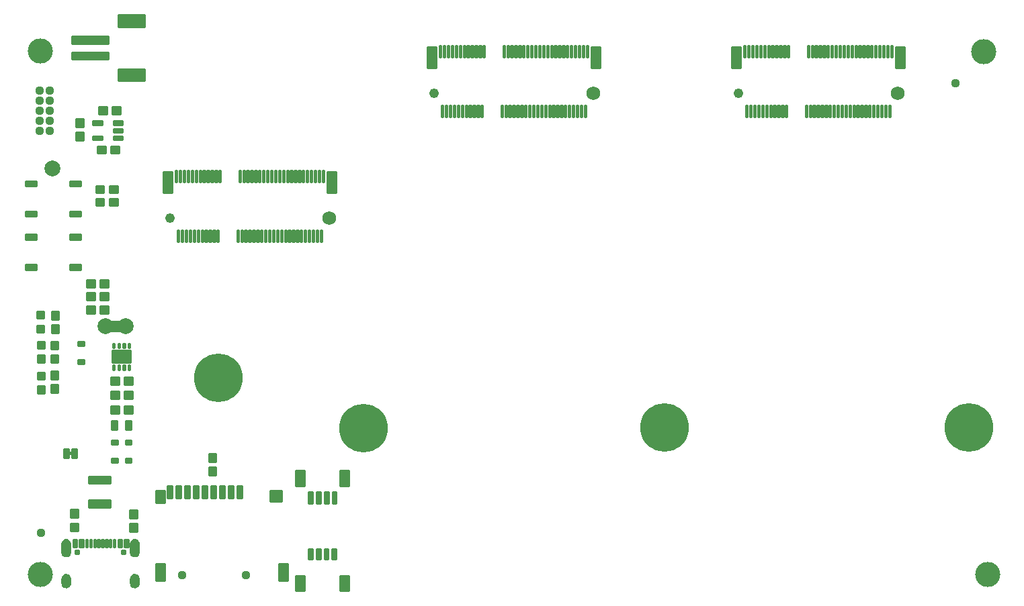
<source format=gts>
G04 EAGLE Gerber RS-274X export*
G75*
%MOMM*%
%FSLAX34Y34*%
%LPD*%
%INSoldermask Top*%
%IPPOS*%
%AMOC8*
5,1,8,0,0,1.08239X$1,22.5*%
G01*
%ADD10C,0.225369*%
%ADD11C,0.225588*%
%ADD12C,6.127000*%
%ADD13C,3.175000*%
%ADD14C,1.227000*%
%ADD15C,1.727000*%
%ADD16C,0.230578*%
%ADD17C,0.225400*%
%ADD18C,0.224509*%
%ADD19C,0.223409*%
%ADD20C,0.428259*%
%ADD21C,0.777000*%
%ADD22C,1.127000*%
%ADD23C,0.227100*%
%ADD24C,0.222250*%
%ADD25C,2.006600*%
%ADD26C,0.228600*%
%ADD27C,0.231750*%
%ADD28C,0.231559*%
%ADD29C,0.229050*%
%ADD30C,0.228344*%

G36*
X146084Y46947D02*
X146084Y46947D01*
X146090Y46953D01*
X146095Y46949D01*
X147325Y47314D01*
X147330Y47321D01*
X147335Y47319D01*
X148454Y47949D01*
X148457Y47956D01*
X148463Y47955D01*
X149413Y48818D01*
X149414Y48826D01*
X149420Y48826D01*
X150154Y49879D01*
X150154Y49887D01*
X150159Y49889D01*
X150641Y51079D01*
X150639Y51084D01*
X150643Y51087D01*
X150642Y51088D01*
X150644Y51089D01*
X150849Y52356D01*
X150846Y52361D01*
X150849Y52364D01*
X150849Y64364D01*
X150846Y64368D01*
X150849Y64371D01*
X150694Y65493D01*
X150689Y65498D01*
X150692Y65502D01*
X150321Y66573D01*
X150315Y66577D01*
X150317Y66582D01*
X149744Y67559D01*
X149738Y67562D01*
X149739Y67567D01*
X148986Y68414D01*
X148979Y68416D01*
X148979Y68421D01*
X148076Y69105D01*
X148069Y69105D01*
X148068Y69110D01*
X147049Y69605D01*
X147042Y69603D01*
X147040Y69608D01*
X145943Y69895D01*
X145937Y69892D01*
X145934Y69896D01*
X144803Y69963D01*
X144797Y69963D01*
X143666Y69896D01*
X143661Y69891D01*
X143657Y69895D01*
X142560Y69608D01*
X142556Y69602D01*
X142551Y69605D01*
X141532Y69110D01*
X141529Y69104D01*
X141524Y69105D01*
X140621Y68421D01*
X140619Y68414D01*
X140614Y68414D01*
X139861Y67567D01*
X139861Y67560D01*
X139856Y67559D01*
X139283Y66582D01*
X139284Y66579D01*
X139283Y66578D01*
X139284Y66577D01*
X139284Y66575D01*
X139279Y66573D01*
X138908Y65502D01*
X138910Y65497D01*
X138907Y65495D01*
X138907Y65494D01*
X138906Y65493D01*
X138751Y64371D01*
X138754Y64366D01*
X138751Y64364D01*
X138751Y52364D01*
X138754Y52359D01*
X138751Y52356D01*
X138956Y51089D01*
X138962Y51083D01*
X138959Y51079D01*
X139441Y49889D01*
X139448Y49885D01*
X139446Y49879D01*
X140180Y48826D01*
X140188Y48824D01*
X140187Y48818D01*
X141137Y47955D01*
X141146Y47954D01*
X141146Y47949D01*
X142265Y47319D01*
X142273Y47320D01*
X142275Y47314D01*
X143505Y46949D01*
X143513Y46952D01*
X143516Y46947D01*
X144797Y46865D01*
X144801Y46868D01*
X144803Y46865D01*
X146084Y46947D01*
G37*
G36*
X59684Y46947D02*
X59684Y46947D01*
X59690Y46953D01*
X59695Y46949D01*
X60925Y47314D01*
X60930Y47321D01*
X60935Y47319D01*
X62054Y47949D01*
X62057Y47956D01*
X62063Y47955D01*
X63013Y48818D01*
X63014Y48826D01*
X63020Y48826D01*
X63754Y49879D01*
X63754Y49887D01*
X63759Y49889D01*
X64241Y51079D01*
X64239Y51084D01*
X64243Y51087D01*
X64242Y51088D01*
X64244Y51089D01*
X64449Y52356D01*
X64446Y52361D01*
X64449Y52364D01*
X64449Y64364D01*
X64446Y64368D01*
X64449Y64371D01*
X64294Y65493D01*
X64289Y65498D01*
X64292Y65502D01*
X63921Y66573D01*
X63915Y66577D01*
X63917Y66582D01*
X63344Y67559D01*
X63338Y67562D01*
X63339Y67567D01*
X62586Y68414D01*
X62579Y68416D01*
X62579Y68421D01*
X61676Y69105D01*
X61669Y69105D01*
X61668Y69110D01*
X60649Y69605D01*
X60642Y69603D01*
X60640Y69608D01*
X59543Y69895D01*
X59537Y69892D01*
X59534Y69896D01*
X58403Y69963D01*
X58397Y69963D01*
X57266Y69896D01*
X57261Y69891D01*
X57257Y69895D01*
X56160Y69608D01*
X56156Y69602D01*
X56151Y69605D01*
X55132Y69110D01*
X55129Y69104D01*
X55124Y69105D01*
X54221Y68421D01*
X54219Y68414D01*
X54214Y68414D01*
X53461Y67567D01*
X53461Y67560D01*
X53456Y67559D01*
X52883Y66582D01*
X52884Y66579D01*
X52883Y66578D01*
X52884Y66577D01*
X52884Y66575D01*
X52879Y66573D01*
X52508Y65502D01*
X52510Y65497D01*
X52507Y65495D01*
X52507Y65494D01*
X52506Y65493D01*
X52351Y64371D01*
X52354Y64366D01*
X52351Y64364D01*
X52351Y52364D01*
X52354Y52359D01*
X52351Y52356D01*
X52556Y51089D01*
X52562Y51083D01*
X52559Y51079D01*
X53041Y49889D01*
X53048Y49885D01*
X53046Y49879D01*
X53780Y48826D01*
X53788Y48824D01*
X53787Y48818D01*
X54737Y47955D01*
X54746Y47954D01*
X54746Y47949D01*
X55865Y47319D01*
X55873Y47320D01*
X55875Y47314D01*
X57105Y46949D01*
X57113Y46952D01*
X57116Y46947D01*
X58397Y46865D01*
X58401Y46868D01*
X58403Y46865D01*
X59684Y46947D01*
G37*
G36*
X145971Y7675D02*
X145971Y7675D01*
X145976Y7680D01*
X145980Y7677D01*
X147103Y8012D01*
X147107Y8018D01*
X147111Y8016D01*
X148147Y8564D01*
X148150Y8570D01*
X148155Y8569D01*
X149063Y9308D01*
X149065Y9315D01*
X149070Y9315D01*
X149817Y10217D01*
X149817Y10225D01*
X149823Y10225D01*
X150379Y11256D01*
X150378Y11263D01*
X150383Y11265D01*
X150727Y12384D01*
X150725Y12391D01*
X150729Y12394D01*
X150849Y13559D01*
X150847Y13562D01*
X150849Y13564D01*
X150849Y19564D01*
X150847Y19567D01*
X150849Y19569D01*
X150738Y20745D01*
X150733Y20750D01*
X150736Y20754D01*
X150398Y21886D01*
X150392Y21890D01*
X150394Y21895D01*
X149842Y22939D01*
X149835Y22942D01*
X149837Y22947D01*
X149091Y23863D01*
X149084Y23864D01*
X149084Y23870D01*
X148175Y24623D01*
X148167Y24623D01*
X148167Y24628D01*
X147127Y25189D01*
X147120Y25188D01*
X147118Y25193D01*
X145989Y25540D01*
X145983Y25538D01*
X145980Y25542D01*
X144805Y25663D01*
X144798Y25659D01*
X144794Y25663D01*
X143454Y25506D01*
X143448Y25501D01*
X143443Y25504D01*
X142172Y25053D01*
X142167Y25046D01*
X142162Y25048D01*
X141023Y24326D01*
X141020Y24318D01*
X141014Y24319D01*
X140064Y23361D01*
X140063Y23353D01*
X140057Y23352D01*
X139344Y22207D01*
X139345Y22199D01*
X139339Y22197D01*
X138899Y20921D01*
X138901Y20914D01*
X138897Y20911D01*
X138751Y19569D01*
X138753Y19566D01*
X138751Y19564D01*
X138751Y13564D01*
X138753Y13561D01*
X138751Y13558D01*
X138906Y12229D01*
X138912Y12223D01*
X138909Y12219D01*
X139356Y10958D01*
X139363Y10953D01*
X139361Y10948D01*
X140078Y9818D01*
X140085Y9815D01*
X140084Y9809D01*
X141035Y8867D01*
X141043Y8866D01*
X141043Y8860D01*
X142179Y8153D01*
X142187Y8154D01*
X142189Y8148D01*
X143454Y7712D01*
X143459Y7713D01*
X143460Y7713D01*
X143463Y7713D01*
X143465Y7709D01*
X144795Y7565D01*
X144801Y7569D01*
X144805Y7565D01*
X145971Y7675D01*
G37*
G36*
X59571Y7675D02*
X59571Y7675D01*
X59576Y7680D01*
X59580Y7677D01*
X60703Y8012D01*
X60707Y8018D01*
X60711Y8016D01*
X61747Y8564D01*
X61750Y8570D01*
X61755Y8569D01*
X62663Y9308D01*
X62665Y9315D01*
X62670Y9315D01*
X63417Y10217D01*
X63417Y10225D01*
X63423Y10225D01*
X63979Y11256D01*
X63978Y11263D01*
X63983Y11265D01*
X64327Y12384D01*
X64325Y12391D01*
X64329Y12394D01*
X64449Y13559D01*
X64447Y13562D01*
X64449Y13564D01*
X64449Y19564D01*
X64447Y19567D01*
X64449Y19569D01*
X64338Y20745D01*
X64333Y20750D01*
X64336Y20754D01*
X63998Y21886D01*
X63992Y21890D01*
X63994Y21895D01*
X63442Y22939D01*
X63435Y22942D01*
X63437Y22947D01*
X62691Y23863D01*
X62684Y23864D01*
X62684Y23870D01*
X61775Y24623D01*
X61767Y24623D01*
X61767Y24628D01*
X60727Y25189D01*
X60720Y25188D01*
X60718Y25193D01*
X59589Y25540D01*
X59583Y25538D01*
X59580Y25542D01*
X58405Y25663D01*
X58398Y25659D01*
X58394Y25663D01*
X57054Y25506D01*
X57048Y25501D01*
X57043Y25504D01*
X55772Y25053D01*
X55767Y25046D01*
X55762Y25048D01*
X54623Y24326D01*
X54620Y24318D01*
X54614Y24319D01*
X53664Y23361D01*
X53663Y23353D01*
X53657Y23352D01*
X52944Y22207D01*
X52945Y22199D01*
X52939Y22197D01*
X52499Y20921D01*
X52501Y20914D01*
X52497Y20911D01*
X52351Y19569D01*
X52353Y19566D01*
X52351Y19564D01*
X52351Y13564D01*
X52353Y13561D01*
X52351Y13558D01*
X52506Y12229D01*
X52512Y12223D01*
X52509Y12219D01*
X52956Y10958D01*
X52963Y10953D01*
X52961Y10948D01*
X53678Y9818D01*
X53685Y9815D01*
X53684Y9809D01*
X54635Y8867D01*
X54643Y8866D01*
X54643Y8860D01*
X55779Y8153D01*
X55787Y8154D01*
X55789Y8148D01*
X57054Y7712D01*
X57059Y7713D01*
X57060Y7713D01*
X57063Y7713D01*
X57065Y7709D01*
X58395Y7565D01*
X58401Y7569D01*
X58405Y7565D01*
X59571Y7675D01*
G37*
G36*
X122366Y330847D02*
X122366Y330847D01*
X122432Y330849D01*
X122475Y330867D01*
X122522Y330875D01*
X122579Y330909D01*
X122639Y330934D01*
X122674Y330965D01*
X122715Y330990D01*
X122757Y331041D01*
X122805Y331085D01*
X122827Y331127D01*
X122856Y331164D01*
X122877Y331226D01*
X122908Y331285D01*
X122916Y331339D01*
X122928Y331376D01*
X122927Y331416D01*
X122935Y331470D01*
X122935Y344678D01*
X122924Y344743D01*
X122922Y344809D01*
X122904Y344852D01*
X122896Y344899D01*
X122862Y344956D01*
X122837Y345016D01*
X122806Y345051D01*
X122781Y345092D01*
X122730Y345134D01*
X122686Y345182D01*
X122644Y345204D01*
X122607Y345233D01*
X122545Y345254D01*
X122486Y345285D01*
X122432Y345293D01*
X122395Y345305D01*
X122355Y345304D01*
X122301Y345312D01*
X118491Y345312D01*
X118426Y345301D01*
X118360Y345299D01*
X118317Y345281D01*
X118270Y345273D01*
X118213Y345239D01*
X118153Y345214D01*
X118118Y345183D01*
X118077Y345158D01*
X118036Y345107D01*
X117987Y345063D01*
X117965Y345021D01*
X117936Y344984D01*
X117915Y344922D01*
X117884Y344863D01*
X117876Y344809D01*
X117864Y344772D01*
X117865Y344732D01*
X117857Y344678D01*
X117857Y331470D01*
X117868Y331405D01*
X117870Y331339D01*
X117888Y331296D01*
X117896Y331249D01*
X117930Y331192D01*
X117955Y331132D01*
X117986Y331097D01*
X118011Y331056D01*
X118062Y331015D01*
X118106Y330966D01*
X118148Y330944D01*
X118185Y330915D01*
X118247Y330894D01*
X118306Y330863D01*
X118360Y330855D01*
X118397Y330843D01*
X118437Y330844D01*
X118491Y330836D01*
X122301Y330836D01*
X122366Y330847D01*
G37*
G36*
X65470Y175907D02*
X65470Y175907D01*
X65536Y175909D01*
X65579Y175927D01*
X65626Y175935D01*
X65683Y175969D01*
X65743Y175994D01*
X65778Y176025D01*
X65819Y176050D01*
X65861Y176101D01*
X65909Y176145D01*
X65931Y176187D01*
X65960Y176224D01*
X65981Y176286D01*
X66012Y176345D01*
X66020Y176399D01*
X66032Y176436D01*
X66031Y176476D01*
X66039Y176530D01*
X66039Y179070D01*
X66028Y179135D01*
X66026Y179201D01*
X66008Y179244D01*
X66000Y179291D01*
X65966Y179348D01*
X65941Y179408D01*
X65910Y179443D01*
X65885Y179484D01*
X65834Y179526D01*
X65790Y179574D01*
X65748Y179596D01*
X65711Y179625D01*
X65649Y179646D01*
X65590Y179677D01*
X65536Y179685D01*
X65499Y179697D01*
X65459Y179696D01*
X65405Y179704D01*
X61595Y179704D01*
X61530Y179693D01*
X61464Y179691D01*
X61421Y179673D01*
X61374Y179665D01*
X61317Y179631D01*
X61257Y179606D01*
X61222Y179575D01*
X61181Y179550D01*
X61140Y179499D01*
X61091Y179455D01*
X61069Y179413D01*
X61040Y179376D01*
X61019Y179314D01*
X60988Y179255D01*
X60980Y179201D01*
X60968Y179164D01*
X60968Y179161D01*
X60969Y179124D01*
X60961Y179070D01*
X60961Y176530D01*
X60972Y176465D01*
X60974Y176399D01*
X60992Y176356D01*
X61000Y176309D01*
X61034Y176252D01*
X61059Y176192D01*
X61090Y176157D01*
X61115Y176116D01*
X61166Y176075D01*
X61210Y176026D01*
X61252Y176004D01*
X61289Y175975D01*
X61351Y175954D01*
X61410Y175923D01*
X61464Y175915D01*
X61501Y175903D01*
X61541Y175904D01*
X61595Y175896D01*
X65405Y175896D01*
X65470Y175907D01*
G37*
D10*
X368728Y114792D02*
X363712Y114792D01*
X363712Y129308D01*
X368728Y129308D01*
X368728Y114792D01*
X368728Y116933D02*
X363712Y116933D01*
X363712Y119074D02*
X368728Y119074D01*
X368728Y121215D02*
X363712Y121215D01*
X363712Y123356D02*
X368728Y123356D01*
X368728Y125497D02*
X363712Y125497D01*
X363712Y127638D02*
X368728Y127638D01*
X373712Y114792D02*
X378728Y114792D01*
X373712Y114792D02*
X373712Y129308D01*
X378728Y129308D01*
X378728Y114792D01*
X378728Y116933D02*
X373712Y116933D01*
X373712Y119074D02*
X378728Y119074D01*
X378728Y121215D02*
X373712Y121215D01*
X373712Y123356D02*
X378728Y123356D01*
X378728Y125497D02*
X373712Y125497D01*
X373712Y127638D02*
X378728Y127638D01*
X383712Y114792D02*
X388728Y114792D01*
X383712Y114792D02*
X383712Y129308D01*
X388728Y129308D01*
X388728Y114792D01*
X388728Y116933D02*
X383712Y116933D01*
X383712Y119074D02*
X388728Y119074D01*
X388728Y121215D02*
X383712Y121215D01*
X383712Y123356D02*
X388728Y123356D01*
X388728Y125497D02*
X383712Y125497D01*
X383712Y127638D02*
X388728Y127638D01*
X393712Y114792D02*
X398728Y114792D01*
X393712Y114792D02*
X393712Y129308D01*
X398728Y129308D01*
X398728Y114792D01*
X398728Y116933D02*
X393712Y116933D01*
X393712Y119074D02*
X398728Y119074D01*
X398728Y121215D02*
X393712Y121215D01*
X393712Y123356D02*
X398728Y123356D01*
X398728Y125497D02*
X393712Y125497D01*
X393712Y127638D02*
X398728Y127638D01*
D11*
X358727Y136793D02*
X347713Y136793D01*
X347713Y155807D01*
X358727Y155807D01*
X358727Y136793D01*
X358727Y138936D02*
X347713Y138936D01*
X347713Y141079D02*
X358727Y141079D01*
X358727Y143222D02*
X347713Y143222D01*
X347713Y145365D02*
X358727Y145365D01*
X358727Y147508D02*
X347713Y147508D01*
X347713Y149651D02*
X358727Y149651D01*
X358727Y151794D02*
X347713Y151794D01*
X347713Y153937D02*
X358727Y153937D01*
X403713Y136793D02*
X414727Y136793D01*
X403713Y136793D02*
X403713Y155807D01*
X414727Y155807D01*
X414727Y136793D01*
X414727Y138936D02*
X403713Y138936D01*
X403713Y141079D02*
X414727Y141079D01*
X414727Y143222D02*
X403713Y143222D01*
X403713Y145365D02*
X414727Y145365D01*
X414727Y147508D02*
X403713Y147508D01*
X403713Y149651D02*
X414727Y149651D01*
X414727Y151794D02*
X403713Y151794D01*
X403713Y153937D02*
X414727Y153937D01*
X358507Y4543D02*
X347493Y4543D01*
X347493Y23557D01*
X358507Y23557D01*
X358507Y4543D01*
X358507Y6686D02*
X347493Y6686D01*
X347493Y8829D02*
X358507Y8829D01*
X358507Y10972D02*
X347493Y10972D01*
X347493Y13115D02*
X358507Y13115D01*
X358507Y15258D02*
X347493Y15258D01*
X347493Y17401D02*
X358507Y17401D01*
X358507Y19544D02*
X347493Y19544D01*
X347493Y21687D02*
X358507Y21687D01*
X403493Y4543D02*
X414507Y4543D01*
X403493Y4543D02*
X403493Y23557D01*
X414507Y23557D01*
X414507Y4543D01*
X414507Y6686D02*
X403493Y6686D01*
X403493Y8829D02*
X414507Y8829D01*
X414507Y10972D02*
X403493Y10972D01*
X403493Y13115D02*
X414507Y13115D01*
X414507Y15258D02*
X403493Y15258D01*
X403493Y17401D02*
X414507Y17401D01*
X414507Y19544D02*
X403493Y19544D01*
X403493Y21687D02*
X414507Y21687D01*
D10*
X368508Y44542D02*
X363492Y44542D01*
X363492Y57058D01*
X368508Y57058D01*
X368508Y44542D01*
X368508Y46683D02*
X363492Y46683D01*
X363492Y48824D02*
X368508Y48824D01*
X368508Y50965D02*
X363492Y50965D01*
X363492Y53106D02*
X368508Y53106D01*
X368508Y55247D02*
X363492Y55247D01*
X373492Y44542D02*
X378508Y44542D01*
X373492Y44542D02*
X373492Y57058D01*
X378508Y57058D01*
X378508Y44542D01*
X378508Y46683D02*
X373492Y46683D01*
X373492Y48824D02*
X378508Y48824D01*
X378508Y50965D02*
X373492Y50965D01*
X373492Y53106D02*
X378508Y53106D01*
X378508Y55247D02*
X373492Y55247D01*
X383492Y44542D02*
X388508Y44542D01*
X383492Y44542D02*
X383492Y57058D01*
X388508Y57058D01*
X388508Y44542D01*
X388508Y46683D02*
X383492Y46683D01*
X383492Y48824D02*
X388508Y48824D01*
X388508Y50965D02*
X383492Y50965D01*
X383492Y53106D02*
X388508Y53106D01*
X388508Y55247D02*
X383492Y55247D01*
X393492Y44542D02*
X398508Y44542D01*
X393492Y44542D02*
X393492Y57058D01*
X398508Y57058D01*
X398508Y44542D01*
X398508Y46683D02*
X393492Y46683D01*
X393492Y48824D02*
X398508Y48824D01*
X398508Y50965D02*
X393492Y50965D01*
X393492Y53106D02*
X398508Y53106D01*
X398508Y55247D02*
X393492Y55247D01*
D12*
X1196200Y210058D03*
X249972Y272742D03*
D13*
X25400Y685800D03*
X1214120Y684530D03*
X1219200Y25400D03*
X25400Y25400D03*
D14*
X189560Y474980D03*
D15*
X389560Y474980D03*
D16*
X198042Y520498D02*
X196078Y520498D01*
X196078Y534962D01*
X198042Y534962D01*
X198042Y520498D01*
X198042Y522689D02*
X196078Y522689D01*
X196078Y524880D02*
X198042Y524880D01*
X198042Y527071D02*
X196078Y527071D01*
X196078Y529262D02*
X198042Y529262D01*
X198042Y531453D02*
X196078Y531453D01*
X196078Y533644D02*
X198042Y533644D01*
D11*
X191567Y506723D02*
X180553Y506723D01*
X180553Y533237D01*
X191567Y533237D01*
X191567Y506723D01*
X191567Y508866D02*
X180553Y508866D01*
X180553Y511009D02*
X191567Y511009D01*
X191567Y513152D02*
X180553Y513152D01*
X180553Y515295D02*
X191567Y515295D01*
X191567Y517438D02*
X180553Y517438D01*
X180553Y519581D02*
X191567Y519581D01*
X191567Y521724D02*
X180553Y521724D01*
X180553Y523867D02*
X191567Y523867D01*
X191567Y526010D02*
X180553Y526010D01*
X180553Y528153D02*
X191567Y528153D01*
X191567Y530296D02*
X180553Y530296D01*
X180553Y532439D02*
X191567Y532439D01*
X387553Y506723D02*
X398567Y506723D01*
X387553Y506723D02*
X387553Y533237D01*
X398567Y533237D01*
X398567Y506723D01*
X398567Y508866D02*
X387553Y508866D01*
X387553Y511009D02*
X398567Y511009D01*
X398567Y513152D02*
X387553Y513152D01*
X387553Y515295D02*
X398567Y515295D01*
X398567Y517438D02*
X387553Y517438D01*
X387553Y519581D02*
X398567Y519581D01*
X398567Y521724D02*
X387553Y521724D01*
X387553Y523867D02*
X398567Y523867D01*
X398567Y526010D02*
X387553Y526010D01*
X387553Y528153D02*
X398567Y528153D01*
X398567Y530296D02*
X387553Y530296D01*
X387553Y532439D02*
X398567Y532439D01*
D16*
X200542Y444998D02*
X198578Y444998D01*
X198578Y459462D01*
X200542Y459462D01*
X200542Y444998D01*
X200542Y447189D02*
X198578Y447189D01*
X198578Y449380D02*
X200542Y449380D01*
X200542Y451571D02*
X198578Y451571D01*
X198578Y453762D02*
X200542Y453762D01*
X200542Y455953D02*
X198578Y455953D01*
X198578Y458144D02*
X200542Y458144D01*
X201078Y520498D02*
X203042Y520498D01*
X201078Y520498D02*
X201078Y534962D01*
X203042Y534962D01*
X203042Y520498D01*
X203042Y522689D02*
X201078Y522689D01*
X201078Y524880D02*
X203042Y524880D01*
X203042Y527071D02*
X201078Y527071D01*
X201078Y529262D02*
X203042Y529262D01*
X203042Y531453D02*
X201078Y531453D01*
X201078Y533644D02*
X203042Y533644D01*
X203578Y444998D02*
X205542Y444998D01*
X203578Y444998D02*
X203578Y459462D01*
X205542Y459462D01*
X205542Y444998D01*
X205542Y447189D02*
X203578Y447189D01*
X203578Y449380D02*
X205542Y449380D01*
X205542Y451571D02*
X203578Y451571D01*
X203578Y453762D02*
X205542Y453762D01*
X205542Y455953D02*
X203578Y455953D01*
X203578Y458144D02*
X205542Y458144D01*
X206078Y520498D02*
X208042Y520498D01*
X206078Y520498D02*
X206078Y534962D01*
X208042Y534962D01*
X208042Y520498D01*
X208042Y522689D02*
X206078Y522689D01*
X206078Y524880D02*
X208042Y524880D01*
X208042Y527071D02*
X206078Y527071D01*
X206078Y529262D02*
X208042Y529262D01*
X208042Y531453D02*
X206078Y531453D01*
X206078Y533644D02*
X208042Y533644D01*
X208578Y444998D02*
X210542Y444998D01*
X208578Y444998D02*
X208578Y459462D01*
X210542Y459462D01*
X210542Y444998D01*
X210542Y447189D02*
X208578Y447189D01*
X208578Y449380D02*
X210542Y449380D01*
X210542Y451571D02*
X208578Y451571D01*
X208578Y453762D02*
X210542Y453762D01*
X210542Y455953D02*
X208578Y455953D01*
X208578Y458144D02*
X210542Y458144D01*
X211078Y520498D02*
X213042Y520498D01*
X211078Y520498D02*
X211078Y534962D01*
X213042Y534962D01*
X213042Y520498D01*
X213042Y522689D02*
X211078Y522689D01*
X211078Y524880D02*
X213042Y524880D01*
X213042Y527071D02*
X211078Y527071D01*
X211078Y529262D02*
X213042Y529262D01*
X213042Y531453D02*
X211078Y531453D01*
X211078Y533644D02*
X213042Y533644D01*
X213578Y444998D02*
X215542Y444998D01*
X213578Y444998D02*
X213578Y459462D01*
X215542Y459462D01*
X215542Y444998D01*
X215542Y447189D02*
X213578Y447189D01*
X213578Y449380D02*
X215542Y449380D01*
X215542Y451571D02*
X213578Y451571D01*
X213578Y453762D02*
X215542Y453762D01*
X215542Y455953D02*
X213578Y455953D01*
X213578Y458144D02*
X215542Y458144D01*
X216078Y520498D02*
X218042Y520498D01*
X216078Y520498D02*
X216078Y534962D01*
X218042Y534962D01*
X218042Y520498D01*
X218042Y522689D02*
X216078Y522689D01*
X216078Y524880D02*
X218042Y524880D01*
X218042Y527071D02*
X216078Y527071D01*
X216078Y529262D02*
X218042Y529262D01*
X218042Y531453D02*
X216078Y531453D01*
X216078Y533644D02*
X218042Y533644D01*
X218578Y444998D02*
X220542Y444998D01*
X218578Y444998D02*
X218578Y459462D01*
X220542Y459462D01*
X220542Y444998D01*
X220542Y447189D02*
X218578Y447189D01*
X218578Y449380D02*
X220542Y449380D01*
X220542Y451571D02*
X218578Y451571D01*
X218578Y453762D02*
X220542Y453762D01*
X220542Y455953D02*
X218578Y455953D01*
X218578Y458144D02*
X220542Y458144D01*
X221078Y520498D02*
X223042Y520498D01*
X221078Y520498D02*
X221078Y534962D01*
X223042Y534962D01*
X223042Y520498D01*
X223042Y522689D02*
X221078Y522689D01*
X221078Y524880D02*
X223042Y524880D01*
X223042Y527071D02*
X221078Y527071D01*
X221078Y529262D02*
X223042Y529262D01*
X223042Y531453D02*
X221078Y531453D01*
X221078Y533644D02*
X223042Y533644D01*
X223578Y444998D02*
X225542Y444998D01*
X223578Y444998D02*
X223578Y459462D01*
X225542Y459462D01*
X225542Y444998D01*
X225542Y447189D02*
X223578Y447189D01*
X223578Y449380D02*
X225542Y449380D01*
X225542Y451571D02*
X223578Y451571D01*
X223578Y453762D02*
X225542Y453762D01*
X225542Y455953D02*
X223578Y455953D01*
X223578Y458144D02*
X225542Y458144D01*
X226078Y520498D02*
X228042Y520498D01*
X226078Y520498D02*
X226078Y534962D01*
X228042Y534962D01*
X228042Y520498D01*
X228042Y522689D02*
X226078Y522689D01*
X226078Y524880D02*
X228042Y524880D01*
X228042Y527071D02*
X226078Y527071D01*
X226078Y529262D02*
X228042Y529262D01*
X228042Y531453D02*
X226078Y531453D01*
X226078Y533644D02*
X228042Y533644D01*
X228578Y444998D02*
X230542Y444998D01*
X228578Y444998D02*
X228578Y459462D01*
X230542Y459462D01*
X230542Y444998D01*
X230542Y447189D02*
X228578Y447189D01*
X228578Y449380D02*
X230542Y449380D01*
X230542Y451571D02*
X228578Y451571D01*
X228578Y453762D02*
X230542Y453762D01*
X230542Y455953D02*
X228578Y455953D01*
X228578Y458144D02*
X230542Y458144D01*
X231078Y520498D02*
X233042Y520498D01*
X231078Y520498D02*
X231078Y534962D01*
X233042Y534962D01*
X233042Y520498D01*
X233042Y522689D02*
X231078Y522689D01*
X231078Y524880D02*
X233042Y524880D01*
X233042Y527071D02*
X231078Y527071D01*
X231078Y529262D02*
X233042Y529262D01*
X233042Y531453D02*
X231078Y531453D01*
X231078Y533644D02*
X233042Y533644D01*
X233578Y444998D02*
X235542Y444998D01*
X233578Y444998D02*
X233578Y459462D01*
X235542Y459462D01*
X235542Y444998D01*
X235542Y447189D02*
X233578Y447189D01*
X233578Y449380D02*
X235542Y449380D01*
X235542Y451571D02*
X233578Y451571D01*
X233578Y453762D02*
X235542Y453762D01*
X235542Y455953D02*
X233578Y455953D01*
X233578Y458144D02*
X235542Y458144D01*
X236078Y520498D02*
X238042Y520498D01*
X236078Y520498D02*
X236078Y534962D01*
X238042Y534962D01*
X238042Y520498D01*
X238042Y522689D02*
X236078Y522689D01*
X236078Y524880D02*
X238042Y524880D01*
X238042Y527071D02*
X236078Y527071D01*
X236078Y529262D02*
X238042Y529262D01*
X238042Y531453D02*
X236078Y531453D01*
X236078Y533644D02*
X238042Y533644D01*
X238578Y444998D02*
X240542Y444998D01*
X238578Y444998D02*
X238578Y459462D01*
X240542Y459462D01*
X240542Y444998D01*
X240542Y447189D02*
X238578Y447189D01*
X238578Y449380D02*
X240542Y449380D01*
X240542Y451571D02*
X238578Y451571D01*
X238578Y453762D02*
X240542Y453762D01*
X240542Y455953D02*
X238578Y455953D01*
X238578Y458144D02*
X240542Y458144D01*
X241078Y520498D02*
X243042Y520498D01*
X241078Y520498D02*
X241078Y534962D01*
X243042Y534962D01*
X243042Y520498D01*
X243042Y522689D02*
X241078Y522689D01*
X241078Y524880D02*
X243042Y524880D01*
X243042Y527071D02*
X241078Y527071D01*
X241078Y529262D02*
X243042Y529262D01*
X243042Y531453D02*
X241078Y531453D01*
X241078Y533644D02*
X243042Y533644D01*
X243578Y444998D02*
X245542Y444998D01*
X243578Y444998D02*
X243578Y459462D01*
X245542Y459462D01*
X245542Y444998D01*
X245542Y447189D02*
X243578Y447189D01*
X243578Y449380D02*
X245542Y449380D01*
X245542Y451571D02*
X243578Y451571D01*
X243578Y453762D02*
X245542Y453762D01*
X245542Y455953D02*
X243578Y455953D01*
X243578Y458144D02*
X245542Y458144D01*
X246078Y520498D02*
X248042Y520498D01*
X246078Y520498D02*
X246078Y534962D01*
X248042Y534962D01*
X248042Y520498D01*
X248042Y522689D02*
X246078Y522689D01*
X246078Y524880D02*
X248042Y524880D01*
X248042Y527071D02*
X246078Y527071D01*
X246078Y529262D02*
X248042Y529262D01*
X248042Y531453D02*
X246078Y531453D01*
X246078Y533644D02*
X248042Y533644D01*
X248578Y444998D02*
X250542Y444998D01*
X248578Y444998D02*
X248578Y459462D01*
X250542Y459462D01*
X250542Y444998D01*
X250542Y447189D02*
X248578Y447189D01*
X248578Y449380D02*
X250542Y449380D01*
X250542Y451571D02*
X248578Y451571D01*
X248578Y453762D02*
X250542Y453762D01*
X250542Y455953D02*
X248578Y455953D01*
X248578Y458144D02*
X250542Y458144D01*
X251078Y520498D02*
X253042Y520498D01*
X251078Y520498D02*
X251078Y534962D01*
X253042Y534962D01*
X253042Y520498D01*
X253042Y522689D02*
X251078Y522689D01*
X251078Y524880D02*
X253042Y524880D01*
X253042Y527071D02*
X251078Y527071D01*
X251078Y529262D02*
X253042Y529262D01*
X253042Y531453D02*
X251078Y531453D01*
X251078Y533644D02*
X253042Y533644D01*
X273578Y444998D02*
X275542Y444998D01*
X273578Y444998D02*
X273578Y459462D01*
X275542Y459462D01*
X275542Y444998D01*
X275542Y447189D02*
X273578Y447189D01*
X273578Y449380D02*
X275542Y449380D01*
X275542Y451571D02*
X273578Y451571D01*
X273578Y453762D02*
X275542Y453762D01*
X275542Y455953D02*
X273578Y455953D01*
X273578Y458144D02*
X275542Y458144D01*
X276078Y520498D02*
X278042Y520498D01*
X276078Y520498D02*
X276078Y534962D01*
X278042Y534962D01*
X278042Y520498D01*
X278042Y522689D02*
X276078Y522689D01*
X276078Y524880D02*
X278042Y524880D01*
X278042Y527071D02*
X276078Y527071D01*
X276078Y529262D02*
X278042Y529262D01*
X278042Y531453D02*
X276078Y531453D01*
X276078Y533644D02*
X278042Y533644D01*
X278578Y444998D02*
X280542Y444998D01*
X278578Y444998D02*
X278578Y459462D01*
X280542Y459462D01*
X280542Y444998D01*
X280542Y447189D02*
X278578Y447189D01*
X278578Y449380D02*
X280542Y449380D01*
X280542Y451571D02*
X278578Y451571D01*
X278578Y453762D02*
X280542Y453762D01*
X280542Y455953D02*
X278578Y455953D01*
X278578Y458144D02*
X280542Y458144D01*
X281078Y520498D02*
X283042Y520498D01*
X281078Y520498D02*
X281078Y534962D01*
X283042Y534962D01*
X283042Y520498D01*
X283042Y522689D02*
X281078Y522689D01*
X281078Y524880D02*
X283042Y524880D01*
X283042Y527071D02*
X281078Y527071D01*
X281078Y529262D02*
X283042Y529262D01*
X283042Y531453D02*
X281078Y531453D01*
X281078Y533644D02*
X283042Y533644D01*
X283578Y444998D02*
X285542Y444998D01*
X283578Y444998D02*
X283578Y459462D01*
X285542Y459462D01*
X285542Y444998D01*
X285542Y447189D02*
X283578Y447189D01*
X283578Y449380D02*
X285542Y449380D01*
X285542Y451571D02*
X283578Y451571D01*
X283578Y453762D02*
X285542Y453762D01*
X285542Y455953D02*
X283578Y455953D01*
X283578Y458144D02*
X285542Y458144D01*
X286078Y520498D02*
X288042Y520498D01*
X286078Y520498D02*
X286078Y534962D01*
X288042Y534962D01*
X288042Y520498D01*
X288042Y522689D02*
X286078Y522689D01*
X286078Y524880D02*
X288042Y524880D01*
X288042Y527071D02*
X286078Y527071D01*
X286078Y529262D02*
X288042Y529262D01*
X288042Y531453D02*
X286078Y531453D01*
X286078Y533644D02*
X288042Y533644D01*
X288578Y444998D02*
X290542Y444998D01*
X288578Y444998D02*
X288578Y459462D01*
X290542Y459462D01*
X290542Y444998D01*
X290542Y447189D02*
X288578Y447189D01*
X288578Y449380D02*
X290542Y449380D01*
X290542Y451571D02*
X288578Y451571D01*
X288578Y453762D02*
X290542Y453762D01*
X290542Y455953D02*
X288578Y455953D01*
X288578Y458144D02*
X290542Y458144D01*
X291078Y520498D02*
X293042Y520498D01*
X291078Y520498D02*
X291078Y534962D01*
X293042Y534962D01*
X293042Y520498D01*
X293042Y522689D02*
X291078Y522689D01*
X291078Y524880D02*
X293042Y524880D01*
X293042Y527071D02*
X291078Y527071D01*
X291078Y529262D02*
X293042Y529262D01*
X293042Y531453D02*
X291078Y531453D01*
X291078Y533644D02*
X293042Y533644D01*
X293578Y444998D02*
X295542Y444998D01*
X293578Y444998D02*
X293578Y459462D01*
X295542Y459462D01*
X295542Y444998D01*
X295542Y447189D02*
X293578Y447189D01*
X293578Y449380D02*
X295542Y449380D01*
X295542Y451571D02*
X293578Y451571D01*
X293578Y453762D02*
X295542Y453762D01*
X295542Y455953D02*
X293578Y455953D01*
X293578Y458144D02*
X295542Y458144D01*
X296078Y520498D02*
X298042Y520498D01*
X296078Y520498D02*
X296078Y534962D01*
X298042Y534962D01*
X298042Y520498D01*
X298042Y522689D02*
X296078Y522689D01*
X296078Y524880D02*
X298042Y524880D01*
X298042Y527071D02*
X296078Y527071D01*
X296078Y529262D02*
X298042Y529262D01*
X298042Y531453D02*
X296078Y531453D01*
X296078Y533644D02*
X298042Y533644D01*
X298578Y444998D02*
X300542Y444998D01*
X298578Y444998D02*
X298578Y459462D01*
X300542Y459462D01*
X300542Y444998D01*
X300542Y447189D02*
X298578Y447189D01*
X298578Y449380D02*
X300542Y449380D01*
X300542Y451571D02*
X298578Y451571D01*
X298578Y453762D02*
X300542Y453762D01*
X300542Y455953D02*
X298578Y455953D01*
X298578Y458144D02*
X300542Y458144D01*
X301078Y520498D02*
X303042Y520498D01*
X301078Y520498D02*
X301078Y534962D01*
X303042Y534962D01*
X303042Y520498D01*
X303042Y522689D02*
X301078Y522689D01*
X301078Y524880D02*
X303042Y524880D01*
X303042Y527071D02*
X301078Y527071D01*
X301078Y529262D02*
X303042Y529262D01*
X303042Y531453D02*
X301078Y531453D01*
X301078Y533644D02*
X303042Y533644D01*
X303578Y444998D02*
X305542Y444998D01*
X303578Y444998D02*
X303578Y459462D01*
X305542Y459462D01*
X305542Y444998D01*
X305542Y447189D02*
X303578Y447189D01*
X303578Y449380D02*
X305542Y449380D01*
X305542Y451571D02*
X303578Y451571D01*
X303578Y453762D02*
X305542Y453762D01*
X305542Y455953D02*
X303578Y455953D01*
X303578Y458144D02*
X305542Y458144D01*
X306078Y520498D02*
X308042Y520498D01*
X306078Y520498D02*
X306078Y534962D01*
X308042Y534962D01*
X308042Y520498D01*
X308042Y522689D02*
X306078Y522689D01*
X306078Y524880D02*
X308042Y524880D01*
X308042Y527071D02*
X306078Y527071D01*
X306078Y529262D02*
X308042Y529262D01*
X308042Y531453D02*
X306078Y531453D01*
X306078Y533644D02*
X308042Y533644D01*
X308578Y444998D02*
X310542Y444998D01*
X308578Y444998D02*
X308578Y459462D01*
X310542Y459462D01*
X310542Y444998D01*
X310542Y447189D02*
X308578Y447189D01*
X308578Y449380D02*
X310542Y449380D01*
X310542Y451571D02*
X308578Y451571D01*
X308578Y453762D02*
X310542Y453762D01*
X310542Y455953D02*
X308578Y455953D01*
X308578Y458144D02*
X310542Y458144D01*
X311078Y520498D02*
X313042Y520498D01*
X311078Y520498D02*
X311078Y534962D01*
X313042Y534962D01*
X313042Y520498D01*
X313042Y522689D02*
X311078Y522689D01*
X311078Y524880D02*
X313042Y524880D01*
X313042Y527071D02*
X311078Y527071D01*
X311078Y529262D02*
X313042Y529262D01*
X313042Y531453D02*
X311078Y531453D01*
X311078Y533644D02*
X313042Y533644D01*
X313578Y444998D02*
X315542Y444998D01*
X313578Y444998D02*
X313578Y459462D01*
X315542Y459462D01*
X315542Y444998D01*
X315542Y447189D02*
X313578Y447189D01*
X313578Y449380D02*
X315542Y449380D01*
X315542Y451571D02*
X313578Y451571D01*
X313578Y453762D02*
X315542Y453762D01*
X315542Y455953D02*
X313578Y455953D01*
X313578Y458144D02*
X315542Y458144D01*
X316078Y520498D02*
X318042Y520498D01*
X316078Y520498D02*
X316078Y534962D01*
X318042Y534962D01*
X318042Y520498D01*
X318042Y522689D02*
X316078Y522689D01*
X316078Y524880D02*
X318042Y524880D01*
X318042Y527071D02*
X316078Y527071D01*
X316078Y529262D02*
X318042Y529262D01*
X318042Y531453D02*
X316078Y531453D01*
X316078Y533644D02*
X318042Y533644D01*
X318578Y444998D02*
X320542Y444998D01*
X318578Y444998D02*
X318578Y459462D01*
X320542Y459462D01*
X320542Y444998D01*
X320542Y447189D02*
X318578Y447189D01*
X318578Y449380D02*
X320542Y449380D01*
X320542Y451571D02*
X318578Y451571D01*
X318578Y453762D02*
X320542Y453762D01*
X320542Y455953D02*
X318578Y455953D01*
X318578Y458144D02*
X320542Y458144D01*
X321078Y520498D02*
X323042Y520498D01*
X321078Y520498D02*
X321078Y534962D01*
X323042Y534962D01*
X323042Y520498D01*
X323042Y522689D02*
X321078Y522689D01*
X321078Y524880D02*
X323042Y524880D01*
X323042Y527071D02*
X321078Y527071D01*
X321078Y529262D02*
X323042Y529262D01*
X323042Y531453D02*
X321078Y531453D01*
X321078Y533644D02*
X323042Y533644D01*
X323578Y444998D02*
X325542Y444998D01*
X323578Y444998D02*
X323578Y459462D01*
X325542Y459462D01*
X325542Y444998D01*
X325542Y447189D02*
X323578Y447189D01*
X323578Y449380D02*
X325542Y449380D01*
X325542Y451571D02*
X323578Y451571D01*
X323578Y453762D02*
X325542Y453762D01*
X325542Y455953D02*
X323578Y455953D01*
X323578Y458144D02*
X325542Y458144D01*
X326078Y520498D02*
X328042Y520498D01*
X326078Y520498D02*
X326078Y534962D01*
X328042Y534962D01*
X328042Y520498D01*
X328042Y522689D02*
X326078Y522689D01*
X326078Y524880D02*
X328042Y524880D01*
X328042Y527071D02*
X326078Y527071D01*
X326078Y529262D02*
X328042Y529262D01*
X328042Y531453D02*
X326078Y531453D01*
X326078Y533644D02*
X328042Y533644D01*
X328578Y444998D02*
X330542Y444998D01*
X328578Y444998D02*
X328578Y459462D01*
X330542Y459462D01*
X330542Y444998D01*
X330542Y447189D02*
X328578Y447189D01*
X328578Y449380D02*
X330542Y449380D01*
X330542Y451571D02*
X328578Y451571D01*
X328578Y453762D02*
X330542Y453762D01*
X330542Y455953D02*
X328578Y455953D01*
X328578Y458144D02*
X330542Y458144D01*
X331078Y520498D02*
X333042Y520498D01*
X331078Y520498D02*
X331078Y534962D01*
X333042Y534962D01*
X333042Y520498D01*
X333042Y522689D02*
X331078Y522689D01*
X331078Y524880D02*
X333042Y524880D01*
X333042Y527071D02*
X331078Y527071D01*
X331078Y529262D02*
X333042Y529262D01*
X333042Y531453D02*
X331078Y531453D01*
X331078Y533644D02*
X333042Y533644D01*
X333578Y444998D02*
X335542Y444998D01*
X333578Y444998D02*
X333578Y459462D01*
X335542Y459462D01*
X335542Y444998D01*
X335542Y447189D02*
X333578Y447189D01*
X333578Y449380D02*
X335542Y449380D01*
X335542Y451571D02*
X333578Y451571D01*
X333578Y453762D02*
X335542Y453762D01*
X335542Y455953D02*
X333578Y455953D01*
X333578Y458144D02*
X335542Y458144D01*
X336078Y520498D02*
X338042Y520498D01*
X336078Y520498D02*
X336078Y534962D01*
X338042Y534962D01*
X338042Y520498D01*
X338042Y522689D02*
X336078Y522689D01*
X336078Y524880D02*
X338042Y524880D01*
X338042Y527071D02*
X336078Y527071D01*
X336078Y529262D02*
X338042Y529262D01*
X338042Y531453D02*
X336078Y531453D01*
X336078Y533644D02*
X338042Y533644D01*
X338578Y444998D02*
X340542Y444998D01*
X338578Y444998D02*
X338578Y459462D01*
X340542Y459462D01*
X340542Y444998D01*
X340542Y447189D02*
X338578Y447189D01*
X338578Y449380D02*
X340542Y449380D01*
X340542Y451571D02*
X338578Y451571D01*
X338578Y453762D02*
X340542Y453762D01*
X340542Y455953D02*
X338578Y455953D01*
X338578Y458144D02*
X340542Y458144D01*
X341078Y520498D02*
X343042Y520498D01*
X341078Y520498D02*
X341078Y534962D01*
X343042Y534962D01*
X343042Y520498D01*
X343042Y522689D02*
X341078Y522689D01*
X341078Y524880D02*
X343042Y524880D01*
X343042Y527071D02*
X341078Y527071D01*
X341078Y529262D02*
X343042Y529262D01*
X343042Y531453D02*
X341078Y531453D01*
X341078Y533644D02*
X343042Y533644D01*
X343578Y444998D02*
X345542Y444998D01*
X343578Y444998D02*
X343578Y459462D01*
X345542Y459462D01*
X345542Y444998D01*
X345542Y447189D02*
X343578Y447189D01*
X343578Y449380D02*
X345542Y449380D01*
X345542Y451571D02*
X343578Y451571D01*
X343578Y453762D02*
X345542Y453762D01*
X345542Y455953D02*
X343578Y455953D01*
X343578Y458144D02*
X345542Y458144D01*
X346078Y520498D02*
X348042Y520498D01*
X346078Y520498D02*
X346078Y534962D01*
X348042Y534962D01*
X348042Y520498D01*
X348042Y522689D02*
X346078Y522689D01*
X346078Y524880D02*
X348042Y524880D01*
X348042Y527071D02*
X346078Y527071D01*
X346078Y529262D02*
X348042Y529262D01*
X348042Y531453D02*
X346078Y531453D01*
X346078Y533644D02*
X348042Y533644D01*
X348578Y444998D02*
X350542Y444998D01*
X348578Y444998D02*
X348578Y459462D01*
X350542Y459462D01*
X350542Y444998D01*
X350542Y447189D02*
X348578Y447189D01*
X348578Y449380D02*
X350542Y449380D01*
X350542Y451571D02*
X348578Y451571D01*
X348578Y453762D02*
X350542Y453762D01*
X350542Y455953D02*
X348578Y455953D01*
X348578Y458144D02*
X350542Y458144D01*
X351078Y520498D02*
X353042Y520498D01*
X351078Y520498D02*
X351078Y534962D01*
X353042Y534962D01*
X353042Y520498D01*
X353042Y522689D02*
X351078Y522689D01*
X351078Y524880D02*
X353042Y524880D01*
X353042Y527071D02*
X351078Y527071D01*
X351078Y529262D02*
X353042Y529262D01*
X353042Y531453D02*
X351078Y531453D01*
X351078Y533644D02*
X353042Y533644D01*
X353578Y444998D02*
X355542Y444998D01*
X353578Y444998D02*
X353578Y459462D01*
X355542Y459462D01*
X355542Y444998D01*
X355542Y447189D02*
X353578Y447189D01*
X353578Y449380D02*
X355542Y449380D01*
X355542Y451571D02*
X353578Y451571D01*
X353578Y453762D02*
X355542Y453762D01*
X355542Y455953D02*
X353578Y455953D01*
X353578Y458144D02*
X355542Y458144D01*
X356078Y520498D02*
X358042Y520498D01*
X356078Y520498D02*
X356078Y534962D01*
X358042Y534962D01*
X358042Y520498D01*
X358042Y522689D02*
X356078Y522689D01*
X356078Y524880D02*
X358042Y524880D01*
X358042Y527071D02*
X356078Y527071D01*
X356078Y529262D02*
X358042Y529262D01*
X358042Y531453D02*
X356078Y531453D01*
X356078Y533644D02*
X358042Y533644D01*
X358578Y444998D02*
X360542Y444998D01*
X358578Y444998D02*
X358578Y459462D01*
X360542Y459462D01*
X360542Y444998D01*
X360542Y447189D02*
X358578Y447189D01*
X358578Y449380D02*
X360542Y449380D01*
X360542Y451571D02*
X358578Y451571D01*
X358578Y453762D02*
X360542Y453762D01*
X360542Y455953D02*
X358578Y455953D01*
X358578Y458144D02*
X360542Y458144D01*
X361078Y520498D02*
X363042Y520498D01*
X361078Y520498D02*
X361078Y534962D01*
X363042Y534962D01*
X363042Y520498D01*
X363042Y522689D02*
X361078Y522689D01*
X361078Y524880D02*
X363042Y524880D01*
X363042Y527071D02*
X361078Y527071D01*
X361078Y529262D02*
X363042Y529262D01*
X363042Y531453D02*
X361078Y531453D01*
X361078Y533644D02*
X363042Y533644D01*
X363578Y444998D02*
X365542Y444998D01*
X363578Y444998D02*
X363578Y459462D01*
X365542Y459462D01*
X365542Y444998D01*
X365542Y447189D02*
X363578Y447189D01*
X363578Y449380D02*
X365542Y449380D01*
X365542Y451571D02*
X363578Y451571D01*
X363578Y453762D02*
X365542Y453762D01*
X365542Y455953D02*
X363578Y455953D01*
X363578Y458144D02*
X365542Y458144D01*
X366078Y520498D02*
X368042Y520498D01*
X366078Y520498D02*
X366078Y534962D01*
X368042Y534962D01*
X368042Y520498D01*
X368042Y522689D02*
X366078Y522689D01*
X366078Y524880D02*
X368042Y524880D01*
X368042Y527071D02*
X366078Y527071D01*
X366078Y529262D02*
X368042Y529262D01*
X368042Y531453D02*
X366078Y531453D01*
X366078Y533644D02*
X368042Y533644D01*
X368578Y444998D02*
X370542Y444998D01*
X368578Y444998D02*
X368578Y459462D01*
X370542Y459462D01*
X370542Y444998D01*
X370542Y447189D02*
X368578Y447189D01*
X368578Y449380D02*
X370542Y449380D01*
X370542Y451571D02*
X368578Y451571D01*
X368578Y453762D02*
X370542Y453762D01*
X370542Y455953D02*
X368578Y455953D01*
X368578Y458144D02*
X370542Y458144D01*
X371078Y520498D02*
X373042Y520498D01*
X371078Y520498D02*
X371078Y534962D01*
X373042Y534962D01*
X373042Y520498D01*
X373042Y522689D02*
X371078Y522689D01*
X371078Y524880D02*
X373042Y524880D01*
X373042Y527071D02*
X371078Y527071D01*
X371078Y529262D02*
X373042Y529262D01*
X373042Y531453D02*
X371078Y531453D01*
X371078Y533644D02*
X373042Y533644D01*
X373578Y444998D02*
X375542Y444998D01*
X373578Y444998D02*
X373578Y459462D01*
X375542Y459462D01*
X375542Y444998D01*
X375542Y447189D02*
X373578Y447189D01*
X373578Y449380D02*
X375542Y449380D01*
X375542Y451571D02*
X373578Y451571D01*
X373578Y453762D02*
X375542Y453762D01*
X375542Y455953D02*
X373578Y455953D01*
X373578Y458144D02*
X375542Y458144D01*
X376078Y520498D02*
X378042Y520498D01*
X376078Y520498D02*
X376078Y534962D01*
X378042Y534962D01*
X378042Y520498D01*
X378042Y522689D02*
X376078Y522689D01*
X376078Y524880D02*
X378042Y524880D01*
X378042Y527071D02*
X376078Y527071D01*
X376078Y529262D02*
X378042Y529262D01*
X378042Y531453D02*
X376078Y531453D01*
X376078Y533644D02*
X378042Y533644D01*
X378578Y444998D02*
X380542Y444998D01*
X378578Y444998D02*
X378578Y459462D01*
X380542Y459462D01*
X380542Y444998D01*
X380542Y447189D02*
X378578Y447189D01*
X378578Y449380D02*
X380542Y449380D01*
X380542Y451571D02*
X378578Y451571D01*
X378578Y453762D02*
X380542Y453762D01*
X380542Y455953D02*
X378578Y455953D01*
X378578Y458144D02*
X380542Y458144D01*
X381078Y520498D02*
X383042Y520498D01*
X381078Y520498D02*
X381078Y534962D01*
X383042Y534962D01*
X383042Y520498D01*
X383042Y522689D02*
X381078Y522689D01*
X381078Y524880D02*
X383042Y524880D01*
X383042Y527071D02*
X381078Y527071D01*
X381078Y529262D02*
X383042Y529262D01*
X383042Y531453D02*
X381078Y531453D01*
X381078Y533644D02*
X383042Y533644D01*
D17*
X65968Y694848D02*
X65968Y703864D01*
X110984Y703864D01*
X110984Y694848D01*
X65968Y694848D01*
X65968Y696989D02*
X110984Y696989D01*
X110984Y699130D02*
X65968Y699130D01*
X65968Y701271D02*
X110984Y701271D01*
X110984Y703412D02*
X65968Y703412D01*
X65968Y683864D02*
X65968Y674848D01*
X65968Y683864D02*
X110984Y683864D01*
X110984Y674848D01*
X65968Y674848D01*
X65968Y676989D02*
X110984Y676989D01*
X110984Y679130D02*
X65968Y679130D01*
X65968Y681271D02*
X110984Y681271D01*
X110984Y683412D02*
X65968Y683412D01*
D18*
X123963Y715843D02*
X156989Y715843D01*
X123963Y715843D02*
X123963Y730869D01*
X156989Y730869D01*
X156989Y715843D01*
X156989Y717976D02*
X123963Y717976D01*
X123963Y720109D02*
X156989Y720109D01*
X156989Y722242D02*
X123963Y722242D01*
X123963Y724375D02*
X156989Y724375D01*
X156989Y726508D02*
X123963Y726508D01*
X123963Y728641D02*
X156989Y728641D01*
X156989Y730774D02*
X123963Y730774D01*
X123963Y647843D02*
X156989Y647843D01*
X123963Y647843D02*
X123963Y662869D01*
X156989Y662869D01*
X156989Y647843D01*
X156989Y649976D02*
X123963Y649976D01*
X123963Y652109D02*
X156989Y652109D01*
X156989Y654242D02*
X123963Y654242D01*
X123963Y656375D02*
X156989Y656375D01*
X156989Y658508D02*
X123963Y658508D01*
X123963Y660641D02*
X156989Y660641D01*
X156989Y662774D02*
X123963Y662774D01*
D19*
X129263Y577984D02*
X129263Y573448D01*
X118227Y573448D01*
X118227Y577984D01*
X129263Y577984D01*
X129263Y575570D02*
X118227Y575570D01*
X118227Y577692D02*
X129263Y577692D01*
X129263Y582948D02*
X129263Y587484D01*
X129263Y582948D02*
X118227Y582948D01*
X118227Y587484D01*
X129263Y587484D01*
X129263Y585070D02*
X118227Y585070D01*
X118227Y587192D02*
X129263Y587192D01*
X129263Y592448D02*
X129263Y596984D01*
X129263Y592448D02*
X118227Y592448D01*
X118227Y596984D01*
X129263Y596984D01*
X129263Y594570D02*
X118227Y594570D01*
X118227Y596692D02*
X129263Y596692D01*
X103261Y596984D02*
X103261Y592448D01*
X92225Y592448D01*
X92225Y596984D01*
X103261Y596984D01*
X103261Y594570D02*
X92225Y594570D01*
X92225Y596692D02*
X103261Y596692D01*
X103261Y577984D02*
X103261Y573448D01*
X92225Y573448D01*
X92225Y577984D01*
X103261Y577984D01*
X103261Y575570D02*
X92225Y575570D01*
X92225Y577692D02*
X103261Y577692D01*
D17*
X114490Y565340D02*
X124506Y565340D01*
X124506Y556324D01*
X114490Y556324D01*
X114490Y565340D01*
X114490Y558465D02*
X124506Y558465D01*
X124506Y560606D02*
X114490Y560606D01*
X114490Y562747D02*
X124506Y562747D01*
X124506Y564888D02*
X114490Y564888D01*
X107506Y565340D02*
X97490Y565340D01*
X107506Y565340D02*
X107506Y556324D01*
X97490Y556324D01*
X97490Y565340D01*
X97490Y558465D02*
X107506Y558465D01*
X107506Y560606D02*
X97490Y560606D01*
X97490Y562747D02*
X107506Y562747D01*
X107506Y564888D02*
X97490Y564888D01*
X39942Y357106D02*
X39942Y347090D01*
X39942Y357106D02*
X48958Y357106D01*
X48958Y347090D01*
X39942Y347090D01*
X39942Y349231D02*
X48958Y349231D01*
X48958Y351372D02*
X39942Y351372D01*
X39942Y353513D02*
X48958Y353513D01*
X48958Y355654D02*
X39942Y355654D01*
X39942Y340106D02*
X39942Y330090D01*
X39942Y340106D02*
X48958Y340106D01*
X48958Y330090D01*
X39942Y330090D01*
X39942Y332231D02*
X48958Y332231D01*
X48958Y334372D02*
X39942Y334372D01*
X39942Y336513D02*
X48958Y336513D01*
X48958Y338654D02*
X39942Y338654D01*
D20*
X29408Y338612D02*
X22420Y338612D01*
X29408Y338612D02*
X29408Y331624D01*
X22420Y331624D01*
X22420Y338612D01*
X22420Y335693D02*
X29408Y335693D01*
X29408Y356152D02*
X22420Y356152D01*
X29408Y356152D02*
X29408Y349164D01*
X22420Y349164D01*
X22420Y356152D01*
X22420Y353233D02*
X29408Y353233D01*
D17*
X70676Y589978D02*
X70676Y599994D01*
X79692Y599994D01*
X79692Y589978D01*
X70676Y589978D01*
X70676Y592119D02*
X79692Y592119D01*
X79692Y594260D02*
X70676Y594260D01*
X70676Y596401D02*
X79692Y596401D01*
X79692Y598542D02*
X70676Y598542D01*
X70676Y582994D02*
X70676Y572978D01*
X70676Y582994D02*
X79692Y582994D01*
X79692Y572978D01*
X70676Y572978D01*
X70676Y575119D02*
X79692Y575119D01*
X79692Y577260D02*
X70676Y577260D01*
X70676Y579401D02*
X79692Y579401D01*
X79692Y581542D02*
X70676Y581542D01*
X116776Y615124D02*
X126792Y615124D01*
X126792Y606108D01*
X116776Y606108D01*
X116776Y615124D01*
X116776Y608249D02*
X126792Y608249D01*
X126792Y610390D02*
X116776Y610390D01*
X116776Y612531D02*
X126792Y612531D01*
X126792Y614672D02*
X116776Y614672D01*
X109792Y615124D02*
X99776Y615124D01*
X109792Y615124D02*
X109792Y606108D01*
X99776Y606108D01*
X99776Y615124D01*
X99776Y608249D02*
X109792Y608249D01*
X109792Y610390D02*
X99776Y610390D01*
X99776Y612531D02*
X109792Y612531D01*
X109792Y614672D02*
X99776Y614672D01*
D16*
X108118Y59682D02*
X110082Y59682D01*
X108118Y59682D02*
X108118Y68646D01*
X110082Y68646D01*
X110082Y59682D01*
X110082Y61873D02*
X108118Y61873D01*
X108118Y64064D02*
X110082Y64064D01*
X110082Y66255D02*
X108118Y66255D01*
X108118Y68446D02*
X110082Y68446D01*
X105082Y59682D02*
X103118Y59682D01*
X103118Y68646D01*
X105082Y68646D01*
X105082Y59682D01*
X105082Y61873D02*
X103118Y61873D01*
X103118Y64064D02*
X105082Y64064D01*
X105082Y66255D02*
X103118Y66255D01*
X103118Y68446D02*
X105082Y68446D01*
D10*
X131342Y59656D02*
X136358Y59656D01*
X131342Y59656D02*
X131342Y68672D01*
X136358Y68672D01*
X136358Y59656D01*
X136358Y61797D02*
X131342Y61797D01*
X131342Y63938D02*
X136358Y63938D01*
X136358Y66079D02*
X131342Y66079D01*
X131342Y68220D02*
X136358Y68220D01*
X128608Y59656D02*
X123592Y59656D01*
X123592Y68672D01*
X128608Y68672D01*
X128608Y59656D01*
X128608Y61797D02*
X123592Y61797D01*
X123592Y63938D02*
X128608Y63938D01*
X128608Y66079D02*
X123592Y66079D01*
X123592Y68220D02*
X128608Y68220D01*
D16*
X120082Y59682D02*
X118118Y59682D01*
X118118Y68646D01*
X120082Y68646D01*
X120082Y59682D01*
X120082Y61873D02*
X118118Y61873D01*
X118118Y64064D02*
X120082Y64064D01*
X120082Y66255D02*
X118118Y66255D01*
X118118Y68446D02*
X120082Y68446D01*
X115082Y59682D02*
X113118Y59682D01*
X113118Y68646D01*
X115082Y68646D01*
X115082Y59682D01*
X115082Y61873D02*
X113118Y61873D01*
X113118Y64064D02*
X115082Y64064D01*
X115082Y66255D02*
X113118Y66255D01*
X113118Y68446D02*
X115082Y68446D01*
X95082Y68646D02*
X93118Y68646D01*
X95082Y68646D02*
X95082Y59682D01*
X93118Y59682D01*
X93118Y68646D01*
X93118Y61873D02*
X95082Y61873D01*
X95082Y64064D02*
X93118Y64064D01*
X93118Y66255D02*
X95082Y66255D01*
X95082Y68446D02*
X93118Y68446D01*
X98118Y68646D02*
X100082Y68646D01*
X100082Y59682D01*
X98118Y59682D01*
X98118Y68646D01*
X98118Y61873D02*
X100082Y61873D01*
X100082Y64064D02*
X98118Y64064D01*
X98118Y66255D02*
X100082Y66255D01*
X100082Y68446D02*
X98118Y68446D01*
D10*
X71858Y68672D02*
X66842Y68672D01*
X71858Y68672D02*
X71858Y59656D01*
X66842Y59656D01*
X66842Y68672D01*
X66842Y61797D02*
X71858Y61797D01*
X71858Y63938D02*
X66842Y63938D01*
X66842Y66079D02*
X71858Y66079D01*
X71858Y68220D02*
X66842Y68220D01*
X74592Y68672D02*
X79608Y68672D01*
X79608Y59656D01*
X74592Y59656D01*
X74592Y68672D01*
X74592Y61797D02*
X79608Y61797D01*
X79608Y63938D02*
X74592Y63938D01*
X74592Y66079D02*
X79608Y66079D01*
X79608Y68220D02*
X74592Y68220D01*
D16*
X83118Y68646D02*
X85082Y68646D01*
X85082Y59682D01*
X83118Y59682D01*
X83118Y68646D01*
X83118Y61873D02*
X85082Y61873D01*
X85082Y64064D02*
X83118Y64064D01*
X83118Y66255D02*
X85082Y66255D01*
X85082Y68446D02*
X83118Y68446D01*
X88118Y68646D02*
X90082Y68646D01*
X90082Y59682D01*
X88118Y59682D01*
X88118Y68646D01*
X88118Y61873D02*
X90082Y61873D01*
X90082Y64064D02*
X88118Y64064D01*
X88118Y66255D02*
X90082Y66255D01*
X90082Y68446D02*
X88118Y68446D01*
D21*
X72700Y53114D03*
X130500Y53114D03*
D17*
X63818Y96710D02*
X63818Y106726D01*
X72834Y106726D01*
X72834Y96710D01*
X63818Y96710D01*
X63818Y98851D02*
X72834Y98851D01*
X72834Y100992D02*
X63818Y100992D01*
X63818Y103133D02*
X72834Y103133D01*
X72834Y105274D02*
X63818Y105274D01*
X63818Y89726D02*
X63818Y79710D01*
X63818Y89726D02*
X72834Y89726D01*
X72834Y79710D01*
X63818Y79710D01*
X63818Y81851D02*
X72834Y81851D01*
X72834Y83992D02*
X63818Y83992D01*
X63818Y86133D02*
X72834Y86133D01*
X72834Y88274D02*
X63818Y88274D01*
X138748Y96456D02*
X138748Y106472D01*
X147764Y106472D01*
X147764Y96456D01*
X138748Y96456D01*
X138748Y98597D02*
X147764Y98597D01*
X147764Y100738D02*
X138748Y100738D01*
X138748Y102879D02*
X147764Y102879D01*
X147764Y105020D02*
X138748Y105020D01*
X138748Y89472D02*
X138748Y79456D01*
X138748Y89472D02*
X147764Y89472D01*
X147764Y79456D01*
X138748Y79456D01*
X138748Y81597D02*
X147764Y81597D01*
X147764Y83738D02*
X138748Y83738D01*
X138748Y85879D02*
X147764Y85879D01*
X147764Y88020D02*
X138748Y88020D01*
D22*
X24762Y622358D03*
X24762Y609658D03*
X24762Y596958D03*
X24762Y584258D03*
X24762Y635058D03*
X37462Y622358D03*
X37462Y609658D03*
X37462Y596958D03*
X37462Y584258D03*
X37462Y635058D03*
X1178560Y645160D03*
X26670Y77470D03*
D23*
X115476Y189444D02*
X115476Y194744D01*
X122776Y194744D01*
X122776Y189444D01*
X115476Y189444D01*
X115476Y191601D02*
X122776Y191601D01*
X122776Y193758D02*
X115476Y193758D01*
X115476Y171744D02*
X115476Y166444D01*
X115476Y171744D02*
X122776Y171744D01*
X122776Y166444D01*
X115476Y166444D01*
X115476Y168601D02*
X122776Y168601D01*
X122776Y170758D02*
X115476Y170758D01*
D24*
X62706Y476726D02*
X62706Y483394D01*
X76994Y483394D01*
X76994Y476726D01*
X62706Y476726D01*
X62706Y478838D02*
X76994Y478838D01*
X76994Y480950D02*
X62706Y480950D01*
X62706Y483062D02*
X76994Y483062D01*
X6826Y483394D02*
X6826Y476726D01*
X6826Y483394D02*
X21114Y483394D01*
X21114Y476726D01*
X6826Y476726D01*
X6826Y478838D02*
X21114Y478838D01*
X21114Y480950D02*
X6826Y480950D01*
X6826Y483062D02*
X21114Y483062D01*
X62706Y514826D02*
X62706Y521494D01*
X76994Y521494D01*
X76994Y514826D01*
X62706Y514826D01*
X62706Y516938D02*
X76994Y516938D01*
X76994Y519050D02*
X62706Y519050D01*
X62706Y521162D02*
X76994Y521162D01*
X6826Y521494D02*
X6826Y514826D01*
X6826Y521494D02*
X21114Y521494D01*
X21114Y514826D01*
X6826Y514826D01*
X6826Y516938D02*
X21114Y516938D01*
X21114Y519050D02*
X6826Y519050D01*
X6826Y521162D02*
X21114Y521162D01*
X62706Y416084D02*
X62706Y409416D01*
X62706Y416084D02*
X76994Y416084D01*
X76994Y409416D01*
X62706Y409416D01*
X62706Y411528D02*
X76994Y411528D01*
X76994Y413640D02*
X62706Y413640D01*
X62706Y415752D02*
X76994Y415752D01*
X6826Y416084D02*
X6826Y409416D01*
X6826Y416084D02*
X21114Y416084D01*
X21114Y409416D01*
X6826Y409416D01*
X6826Y411528D02*
X21114Y411528D01*
X21114Y413640D02*
X6826Y413640D01*
X6826Y415752D02*
X21114Y415752D01*
X62706Y447516D02*
X62706Y454184D01*
X76994Y454184D01*
X76994Y447516D01*
X62706Y447516D01*
X62706Y449628D02*
X76994Y449628D01*
X76994Y451740D02*
X62706Y451740D01*
X62706Y453852D02*
X76994Y453852D01*
X6826Y454184D02*
X6826Y447516D01*
X6826Y454184D02*
X21114Y454184D01*
X21114Y447516D01*
X6826Y447516D01*
X6826Y449628D02*
X21114Y449628D01*
X21114Y451740D02*
X6826Y451740D01*
X6826Y453852D02*
X21114Y453852D01*
D25*
X41148Y537464D03*
D16*
X136784Y316456D02*
X138748Y316456D01*
X138748Y310992D01*
X136784Y310992D01*
X136784Y316456D01*
X136784Y313183D02*
X138748Y313183D01*
X138748Y315374D02*
X136784Y315374D01*
X132248Y316456D02*
X130284Y316456D01*
X132248Y316456D02*
X132248Y310992D01*
X130284Y310992D01*
X130284Y316456D01*
X130284Y313183D02*
X132248Y313183D01*
X132248Y315374D02*
X130284Y315374D01*
X125748Y316456D02*
X123784Y316456D01*
X125748Y316456D02*
X125748Y310992D01*
X123784Y310992D01*
X123784Y316456D01*
X123784Y313183D02*
X125748Y313183D01*
X125748Y315374D02*
X123784Y315374D01*
X119248Y316456D02*
X117284Y316456D01*
X119248Y316456D02*
X119248Y310992D01*
X117284Y310992D01*
X117284Y316456D01*
X117284Y313183D02*
X119248Y313183D01*
X119248Y315374D02*
X117284Y315374D01*
X117284Y283492D02*
X119248Y283492D01*
X117284Y283492D02*
X117284Y288956D01*
X119248Y288956D01*
X119248Y283492D01*
X119248Y285683D02*
X117284Y285683D01*
X117284Y287874D02*
X119248Y287874D01*
X123784Y283492D02*
X125748Y283492D01*
X123784Y283492D02*
X123784Y288956D01*
X125748Y288956D01*
X125748Y283492D01*
X125748Y285683D02*
X123784Y285683D01*
X123784Y287874D02*
X125748Y287874D01*
X130284Y283492D02*
X132248Y283492D01*
X130284Y283492D02*
X130284Y288956D01*
X132248Y288956D01*
X132248Y283492D01*
X132248Y285683D02*
X130284Y285683D01*
X130284Y287874D02*
X132248Y287874D01*
X136784Y283492D02*
X138748Y283492D01*
X136784Y283492D02*
X136784Y288956D01*
X138748Y288956D01*
X138748Y283492D01*
X138748Y285683D02*
X136784Y285683D01*
X136784Y287874D02*
X138748Y287874D01*
D18*
X139279Y307487D02*
X116753Y307487D01*
X139279Y307487D02*
X139279Y292461D01*
X116753Y292461D01*
X116753Y307487D01*
X116753Y294594D02*
X139279Y294594D01*
X139279Y296727D02*
X116753Y296727D01*
X116753Y298860D02*
X139279Y298860D01*
X139279Y300993D02*
X116753Y300993D01*
X116753Y303126D02*
X139279Y303126D01*
X139279Y305259D02*
X116753Y305259D01*
X116753Y307392D02*
X139279Y307392D01*
D17*
X141524Y237172D02*
X131508Y237172D01*
X141524Y237172D02*
X141524Y228156D01*
X131508Y228156D01*
X131508Y237172D01*
X131508Y230297D02*
X141524Y230297D01*
X141524Y232438D02*
X131508Y232438D01*
X131508Y234579D02*
X141524Y234579D01*
X141524Y236720D02*
X131508Y236720D01*
X124524Y237172D02*
X114508Y237172D01*
X124524Y237172D02*
X124524Y228156D01*
X114508Y228156D01*
X114508Y237172D01*
X114508Y230297D02*
X124524Y230297D01*
X124524Y232438D02*
X114508Y232438D01*
X114508Y234579D02*
X124524Y234579D01*
X124524Y236720D02*
X114508Y236720D01*
X131508Y256222D02*
X141524Y256222D01*
X141524Y247206D01*
X131508Y247206D01*
X131508Y256222D01*
X131508Y249347D02*
X141524Y249347D01*
X141524Y251488D02*
X131508Y251488D01*
X131508Y253629D02*
X141524Y253629D01*
X141524Y255770D02*
X131508Y255770D01*
X124524Y256222D02*
X114508Y256222D01*
X124524Y256222D02*
X124524Y247206D01*
X114508Y247206D01*
X114508Y256222D01*
X114508Y249347D02*
X124524Y249347D01*
X124524Y251488D02*
X114508Y251488D01*
X114508Y253629D02*
X124524Y253629D01*
X124524Y255770D02*
X114508Y255770D01*
X113838Y118794D02*
X113838Y109778D01*
X86822Y109778D01*
X86822Y118794D01*
X113838Y118794D01*
X113838Y111919D02*
X86822Y111919D01*
X86822Y114060D02*
X113838Y114060D01*
X113838Y116201D02*
X86822Y116201D01*
X86822Y118342D02*
X113838Y118342D01*
X113838Y139778D02*
X113838Y148794D01*
X113838Y139778D02*
X86822Y139778D01*
X86822Y148794D01*
X113838Y148794D01*
X113838Y141919D02*
X86822Y141919D01*
X86822Y144060D02*
X113838Y144060D01*
X113838Y146201D02*
X86822Y146201D01*
X86822Y148342D02*
X113838Y148342D01*
D26*
X122809Y343916D02*
X128143Y343916D01*
X128143Y332232D01*
X122809Y332232D01*
X122809Y343916D01*
X122809Y334404D02*
X128143Y334404D01*
X128143Y336576D02*
X122809Y336576D01*
X122809Y338748D02*
X128143Y338748D01*
X128143Y340920D02*
X122809Y340920D01*
X122809Y343092D02*
X128143Y343092D01*
X117983Y343916D02*
X112649Y343916D01*
X117983Y343916D02*
X117983Y332232D01*
X112649Y332232D01*
X112649Y343916D01*
X112649Y334404D02*
X117983Y334404D01*
X117983Y336576D02*
X112649Y336576D01*
X112649Y338748D02*
X117983Y338748D01*
X117983Y340920D02*
X112649Y340920D01*
X112649Y343092D02*
X117983Y343092D01*
D25*
X133096Y338074D03*
X107696Y338074D03*
D17*
X114508Y264986D02*
X124524Y264986D01*
X114508Y264986D02*
X114508Y274002D01*
X124524Y274002D01*
X124524Y264986D01*
X124524Y267127D02*
X114508Y267127D01*
X114508Y269268D02*
X124524Y269268D01*
X124524Y271409D02*
X114508Y271409D01*
X114508Y273550D02*
X124524Y273550D01*
X131508Y264986D02*
X141524Y264986D01*
X131508Y264986D02*
X131508Y274002D01*
X141524Y274002D01*
X141524Y264986D01*
X141524Y267127D02*
X131508Y267127D01*
X131508Y269268D02*
X141524Y269268D01*
X141524Y271409D02*
X131508Y271409D01*
X131508Y273550D02*
X141524Y273550D01*
D23*
X80866Y290904D02*
X80866Y296204D01*
X80866Y290904D02*
X73566Y290904D01*
X73566Y296204D01*
X80866Y296204D01*
X80866Y293061D02*
X73566Y293061D01*
X73566Y295218D02*
X80866Y295218D01*
X80866Y313904D02*
X80866Y319204D01*
X80866Y313904D02*
X73566Y313904D01*
X73566Y319204D01*
X80866Y319204D01*
X80866Y316061D02*
X73566Y316061D01*
X73566Y318218D02*
X80866Y318218D01*
D17*
X101536Y380174D02*
X111552Y380174D01*
X111552Y371158D01*
X101536Y371158D01*
X101536Y380174D01*
X101536Y373299D02*
X111552Y373299D01*
X111552Y375440D02*
X101536Y375440D01*
X101536Y377581D02*
X111552Y377581D01*
X111552Y379722D02*
X101536Y379722D01*
X94552Y380174D02*
X84536Y380174D01*
X94552Y380174D02*
X94552Y371158D01*
X84536Y371158D01*
X84536Y380174D01*
X84536Y373299D02*
X94552Y373299D01*
X94552Y375440D02*
X84536Y375440D01*
X84536Y377581D02*
X94552Y377581D01*
X94552Y379722D02*
X84536Y379722D01*
X101536Y363664D02*
X111552Y363664D01*
X111552Y354648D01*
X101536Y354648D01*
X101536Y363664D01*
X101536Y356789D02*
X111552Y356789D01*
X111552Y358930D02*
X101536Y358930D01*
X101536Y361071D02*
X111552Y361071D01*
X111552Y363212D02*
X101536Y363212D01*
X94552Y363664D02*
X84536Y363664D01*
X94552Y363664D02*
X94552Y354648D01*
X84536Y354648D01*
X84536Y363664D01*
X84536Y356789D02*
X94552Y356789D01*
X94552Y358930D02*
X84536Y358930D01*
X84536Y361071D02*
X94552Y361071D01*
X94552Y363212D02*
X84536Y363212D01*
X101536Y396684D02*
X111552Y396684D01*
X111552Y387668D01*
X101536Y387668D01*
X101536Y396684D01*
X101536Y389809D02*
X111552Y389809D01*
X111552Y391950D02*
X101536Y391950D01*
X101536Y394091D02*
X111552Y394091D01*
X111552Y396232D02*
X101536Y396232D01*
X94552Y396684D02*
X84536Y396684D01*
X94552Y396684D02*
X94552Y387668D01*
X84536Y387668D01*
X84536Y396684D01*
X84536Y389809D02*
X94552Y389809D01*
X94552Y391950D02*
X84536Y391950D01*
X84536Y394091D02*
X94552Y394091D01*
X94552Y396232D02*
X84536Y396232D01*
X39180Y319179D02*
X39180Y309163D01*
X39180Y319179D02*
X48196Y319179D01*
X48196Y309163D01*
X39180Y309163D01*
X39180Y311304D02*
X48196Y311304D01*
X48196Y313445D02*
X39180Y313445D01*
X39180Y315586D02*
X48196Y315586D01*
X48196Y317727D02*
X39180Y317727D01*
X39180Y302179D02*
X39180Y292163D01*
X39180Y302179D02*
X48196Y302179D01*
X48196Y292163D01*
X39180Y292163D01*
X39180Y294304D02*
X48196Y294304D01*
X48196Y296445D02*
X39180Y296445D01*
X39180Y298586D02*
X48196Y298586D01*
X48196Y300727D02*
X39180Y300727D01*
D20*
X29916Y300686D02*
X22928Y300686D01*
X29916Y300686D02*
X29916Y293698D01*
X22928Y293698D01*
X22928Y300686D01*
X22928Y297767D02*
X29916Y297767D01*
X29916Y318226D02*
X22928Y318226D01*
X29916Y318226D02*
X29916Y311238D01*
X22928Y311238D01*
X22928Y318226D01*
X22928Y315307D02*
X29916Y315307D01*
D27*
X133540Y219090D02*
X140492Y219090D01*
X140492Y208138D01*
X133540Y208138D01*
X133540Y219090D01*
X133540Y210340D02*
X140492Y210340D01*
X140492Y212542D02*
X133540Y212542D01*
X133540Y214744D02*
X140492Y214744D01*
X140492Y216946D02*
X133540Y216946D01*
X122492Y219090D02*
X115540Y219090D01*
X122492Y219090D02*
X122492Y208138D01*
X115540Y208138D01*
X115540Y219090D01*
X115540Y210340D02*
X122492Y210340D01*
X122492Y212542D02*
X115540Y212542D01*
X115540Y214744D02*
X122492Y214744D01*
X122492Y216946D02*
X115540Y216946D01*
D17*
X105728Y490284D02*
X95712Y490284D01*
X95712Y499300D01*
X105728Y499300D01*
X105728Y490284D01*
X105728Y492425D02*
X95712Y492425D01*
X95712Y494566D02*
X105728Y494566D01*
X105728Y496707D02*
X95712Y496707D01*
X95712Y498848D02*
X105728Y498848D01*
X112712Y490284D02*
X122728Y490284D01*
X112712Y490284D02*
X112712Y499300D01*
X122728Y499300D01*
X122728Y490284D01*
X122728Y492425D02*
X112712Y492425D01*
X112712Y494566D02*
X122728Y494566D01*
X122728Y496707D02*
X112712Y496707D01*
X112712Y498848D02*
X122728Y498848D01*
X122728Y515556D02*
X112712Y515556D01*
X122728Y515556D02*
X122728Y506540D01*
X112712Y506540D01*
X112712Y515556D01*
X112712Y508681D02*
X122728Y508681D01*
X122728Y510822D02*
X112712Y510822D01*
X112712Y512963D02*
X122728Y512963D01*
X122728Y515104D02*
X112712Y515104D01*
X105728Y515556D02*
X95712Y515556D01*
X105728Y515556D02*
X105728Y506540D01*
X95712Y506540D01*
X95712Y515556D01*
X95712Y508681D02*
X105728Y508681D01*
X105728Y510822D02*
X95712Y510822D01*
X95712Y512963D02*
X105728Y512963D01*
X105728Y515104D02*
X95712Y515104D01*
D23*
X133002Y194744D02*
X133002Y189444D01*
X133002Y194744D02*
X140302Y194744D01*
X140302Y189444D01*
X133002Y189444D01*
X133002Y191601D02*
X140302Y191601D01*
X140302Y193758D02*
X133002Y193758D01*
X133002Y171744D02*
X133002Y166444D01*
X133002Y171744D02*
X140302Y171744D01*
X140302Y166444D01*
X133002Y166444D01*
X133002Y168601D02*
X140302Y168601D01*
X140302Y170758D02*
X133002Y170758D01*
D14*
X522300Y632460D03*
D15*
X722300Y632460D03*
D16*
X530782Y677978D02*
X528818Y677978D01*
X528818Y692442D01*
X530782Y692442D01*
X530782Y677978D01*
X530782Y680169D02*
X528818Y680169D01*
X528818Y682360D02*
X530782Y682360D01*
X530782Y684551D02*
X528818Y684551D01*
X528818Y686742D02*
X530782Y686742D01*
X530782Y688933D02*
X528818Y688933D01*
X528818Y691124D02*
X530782Y691124D01*
D11*
X524307Y664203D02*
X513293Y664203D01*
X513293Y690717D01*
X524307Y690717D01*
X524307Y664203D01*
X524307Y666346D02*
X513293Y666346D01*
X513293Y668489D02*
X524307Y668489D01*
X524307Y670632D02*
X513293Y670632D01*
X513293Y672775D02*
X524307Y672775D01*
X524307Y674918D02*
X513293Y674918D01*
X513293Y677061D02*
X524307Y677061D01*
X524307Y679204D02*
X513293Y679204D01*
X513293Y681347D02*
X524307Y681347D01*
X524307Y683490D02*
X513293Y683490D01*
X513293Y685633D02*
X524307Y685633D01*
X524307Y687776D02*
X513293Y687776D01*
X513293Y689919D02*
X524307Y689919D01*
X720293Y664203D02*
X731307Y664203D01*
X720293Y664203D02*
X720293Y690717D01*
X731307Y690717D01*
X731307Y664203D01*
X731307Y666346D02*
X720293Y666346D01*
X720293Y668489D02*
X731307Y668489D01*
X731307Y670632D02*
X720293Y670632D01*
X720293Y672775D02*
X731307Y672775D01*
X731307Y674918D02*
X720293Y674918D01*
X720293Y677061D02*
X731307Y677061D01*
X731307Y679204D02*
X720293Y679204D01*
X720293Y681347D02*
X731307Y681347D01*
X731307Y683490D02*
X720293Y683490D01*
X720293Y685633D02*
X731307Y685633D01*
X731307Y687776D02*
X720293Y687776D01*
X720293Y689919D02*
X731307Y689919D01*
D16*
X533282Y602478D02*
X531318Y602478D01*
X531318Y616942D01*
X533282Y616942D01*
X533282Y602478D01*
X533282Y604669D02*
X531318Y604669D01*
X531318Y606860D02*
X533282Y606860D01*
X533282Y609051D02*
X531318Y609051D01*
X531318Y611242D02*
X533282Y611242D01*
X533282Y613433D02*
X531318Y613433D01*
X531318Y615624D02*
X533282Y615624D01*
X533818Y677978D02*
X535782Y677978D01*
X533818Y677978D02*
X533818Y692442D01*
X535782Y692442D01*
X535782Y677978D01*
X535782Y680169D02*
X533818Y680169D01*
X533818Y682360D02*
X535782Y682360D01*
X535782Y684551D02*
X533818Y684551D01*
X533818Y686742D02*
X535782Y686742D01*
X535782Y688933D02*
X533818Y688933D01*
X533818Y691124D02*
X535782Y691124D01*
X536318Y602478D02*
X538282Y602478D01*
X536318Y602478D02*
X536318Y616942D01*
X538282Y616942D01*
X538282Y602478D01*
X538282Y604669D02*
X536318Y604669D01*
X536318Y606860D02*
X538282Y606860D01*
X538282Y609051D02*
X536318Y609051D01*
X536318Y611242D02*
X538282Y611242D01*
X538282Y613433D02*
X536318Y613433D01*
X536318Y615624D02*
X538282Y615624D01*
X538818Y677978D02*
X540782Y677978D01*
X538818Y677978D02*
X538818Y692442D01*
X540782Y692442D01*
X540782Y677978D01*
X540782Y680169D02*
X538818Y680169D01*
X538818Y682360D02*
X540782Y682360D01*
X540782Y684551D02*
X538818Y684551D01*
X538818Y686742D02*
X540782Y686742D01*
X540782Y688933D02*
X538818Y688933D01*
X538818Y691124D02*
X540782Y691124D01*
X541318Y602478D02*
X543282Y602478D01*
X541318Y602478D02*
X541318Y616942D01*
X543282Y616942D01*
X543282Y602478D01*
X543282Y604669D02*
X541318Y604669D01*
X541318Y606860D02*
X543282Y606860D01*
X543282Y609051D02*
X541318Y609051D01*
X541318Y611242D02*
X543282Y611242D01*
X543282Y613433D02*
X541318Y613433D01*
X541318Y615624D02*
X543282Y615624D01*
X543818Y677978D02*
X545782Y677978D01*
X543818Y677978D02*
X543818Y692442D01*
X545782Y692442D01*
X545782Y677978D01*
X545782Y680169D02*
X543818Y680169D01*
X543818Y682360D02*
X545782Y682360D01*
X545782Y684551D02*
X543818Y684551D01*
X543818Y686742D02*
X545782Y686742D01*
X545782Y688933D02*
X543818Y688933D01*
X543818Y691124D02*
X545782Y691124D01*
X546318Y602478D02*
X548282Y602478D01*
X546318Y602478D02*
X546318Y616942D01*
X548282Y616942D01*
X548282Y602478D01*
X548282Y604669D02*
X546318Y604669D01*
X546318Y606860D02*
X548282Y606860D01*
X548282Y609051D02*
X546318Y609051D01*
X546318Y611242D02*
X548282Y611242D01*
X548282Y613433D02*
X546318Y613433D01*
X546318Y615624D02*
X548282Y615624D01*
X548818Y677978D02*
X550782Y677978D01*
X548818Y677978D02*
X548818Y692442D01*
X550782Y692442D01*
X550782Y677978D01*
X550782Y680169D02*
X548818Y680169D01*
X548818Y682360D02*
X550782Y682360D01*
X550782Y684551D02*
X548818Y684551D01*
X548818Y686742D02*
X550782Y686742D01*
X550782Y688933D02*
X548818Y688933D01*
X548818Y691124D02*
X550782Y691124D01*
X551318Y602478D02*
X553282Y602478D01*
X551318Y602478D02*
X551318Y616942D01*
X553282Y616942D01*
X553282Y602478D01*
X553282Y604669D02*
X551318Y604669D01*
X551318Y606860D02*
X553282Y606860D01*
X553282Y609051D02*
X551318Y609051D01*
X551318Y611242D02*
X553282Y611242D01*
X553282Y613433D02*
X551318Y613433D01*
X551318Y615624D02*
X553282Y615624D01*
X553818Y677978D02*
X555782Y677978D01*
X553818Y677978D02*
X553818Y692442D01*
X555782Y692442D01*
X555782Y677978D01*
X555782Y680169D02*
X553818Y680169D01*
X553818Y682360D02*
X555782Y682360D01*
X555782Y684551D02*
X553818Y684551D01*
X553818Y686742D02*
X555782Y686742D01*
X555782Y688933D02*
X553818Y688933D01*
X553818Y691124D02*
X555782Y691124D01*
X556318Y602478D02*
X558282Y602478D01*
X556318Y602478D02*
X556318Y616942D01*
X558282Y616942D01*
X558282Y602478D01*
X558282Y604669D02*
X556318Y604669D01*
X556318Y606860D02*
X558282Y606860D01*
X558282Y609051D02*
X556318Y609051D01*
X556318Y611242D02*
X558282Y611242D01*
X558282Y613433D02*
X556318Y613433D01*
X556318Y615624D02*
X558282Y615624D01*
X558818Y677978D02*
X560782Y677978D01*
X558818Y677978D02*
X558818Y692442D01*
X560782Y692442D01*
X560782Y677978D01*
X560782Y680169D02*
X558818Y680169D01*
X558818Y682360D02*
X560782Y682360D01*
X560782Y684551D02*
X558818Y684551D01*
X558818Y686742D02*
X560782Y686742D01*
X560782Y688933D02*
X558818Y688933D01*
X558818Y691124D02*
X560782Y691124D01*
X561318Y602478D02*
X563282Y602478D01*
X561318Y602478D02*
X561318Y616942D01*
X563282Y616942D01*
X563282Y602478D01*
X563282Y604669D02*
X561318Y604669D01*
X561318Y606860D02*
X563282Y606860D01*
X563282Y609051D02*
X561318Y609051D01*
X561318Y611242D02*
X563282Y611242D01*
X563282Y613433D02*
X561318Y613433D01*
X561318Y615624D02*
X563282Y615624D01*
X563818Y677978D02*
X565782Y677978D01*
X563818Y677978D02*
X563818Y692442D01*
X565782Y692442D01*
X565782Y677978D01*
X565782Y680169D02*
X563818Y680169D01*
X563818Y682360D02*
X565782Y682360D01*
X565782Y684551D02*
X563818Y684551D01*
X563818Y686742D02*
X565782Y686742D01*
X565782Y688933D02*
X563818Y688933D01*
X563818Y691124D02*
X565782Y691124D01*
X566318Y602478D02*
X568282Y602478D01*
X566318Y602478D02*
X566318Y616942D01*
X568282Y616942D01*
X568282Y602478D01*
X568282Y604669D02*
X566318Y604669D01*
X566318Y606860D02*
X568282Y606860D01*
X568282Y609051D02*
X566318Y609051D01*
X566318Y611242D02*
X568282Y611242D01*
X568282Y613433D02*
X566318Y613433D01*
X566318Y615624D02*
X568282Y615624D01*
X568818Y677978D02*
X570782Y677978D01*
X568818Y677978D02*
X568818Y692442D01*
X570782Y692442D01*
X570782Y677978D01*
X570782Y680169D02*
X568818Y680169D01*
X568818Y682360D02*
X570782Y682360D01*
X570782Y684551D02*
X568818Y684551D01*
X568818Y686742D02*
X570782Y686742D01*
X570782Y688933D02*
X568818Y688933D01*
X568818Y691124D02*
X570782Y691124D01*
X571318Y602478D02*
X573282Y602478D01*
X571318Y602478D02*
X571318Y616942D01*
X573282Y616942D01*
X573282Y602478D01*
X573282Y604669D02*
X571318Y604669D01*
X571318Y606860D02*
X573282Y606860D01*
X573282Y609051D02*
X571318Y609051D01*
X571318Y611242D02*
X573282Y611242D01*
X573282Y613433D02*
X571318Y613433D01*
X571318Y615624D02*
X573282Y615624D01*
X573818Y677978D02*
X575782Y677978D01*
X573818Y677978D02*
X573818Y692442D01*
X575782Y692442D01*
X575782Y677978D01*
X575782Y680169D02*
X573818Y680169D01*
X573818Y682360D02*
X575782Y682360D01*
X575782Y684551D02*
X573818Y684551D01*
X573818Y686742D02*
X575782Y686742D01*
X575782Y688933D02*
X573818Y688933D01*
X573818Y691124D02*
X575782Y691124D01*
X576318Y602478D02*
X578282Y602478D01*
X576318Y602478D02*
X576318Y616942D01*
X578282Y616942D01*
X578282Y602478D01*
X578282Y604669D02*
X576318Y604669D01*
X576318Y606860D02*
X578282Y606860D01*
X578282Y609051D02*
X576318Y609051D01*
X576318Y611242D02*
X578282Y611242D01*
X578282Y613433D02*
X576318Y613433D01*
X576318Y615624D02*
X578282Y615624D01*
X578818Y677978D02*
X580782Y677978D01*
X578818Y677978D02*
X578818Y692442D01*
X580782Y692442D01*
X580782Y677978D01*
X580782Y680169D02*
X578818Y680169D01*
X578818Y682360D02*
X580782Y682360D01*
X580782Y684551D02*
X578818Y684551D01*
X578818Y686742D02*
X580782Y686742D01*
X580782Y688933D02*
X578818Y688933D01*
X578818Y691124D02*
X580782Y691124D01*
X581318Y602478D02*
X583282Y602478D01*
X581318Y602478D02*
X581318Y616942D01*
X583282Y616942D01*
X583282Y602478D01*
X583282Y604669D02*
X581318Y604669D01*
X581318Y606860D02*
X583282Y606860D01*
X583282Y609051D02*
X581318Y609051D01*
X581318Y611242D02*
X583282Y611242D01*
X583282Y613433D02*
X581318Y613433D01*
X581318Y615624D02*
X583282Y615624D01*
X583818Y677978D02*
X585782Y677978D01*
X583818Y677978D02*
X583818Y692442D01*
X585782Y692442D01*
X585782Y677978D01*
X585782Y680169D02*
X583818Y680169D01*
X583818Y682360D02*
X585782Y682360D01*
X585782Y684551D02*
X583818Y684551D01*
X583818Y686742D02*
X585782Y686742D01*
X585782Y688933D02*
X583818Y688933D01*
X583818Y691124D02*
X585782Y691124D01*
X606318Y602478D02*
X608282Y602478D01*
X606318Y602478D02*
X606318Y616942D01*
X608282Y616942D01*
X608282Y602478D01*
X608282Y604669D02*
X606318Y604669D01*
X606318Y606860D02*
X608282Y606860D01*
X608282Y609051D02*
X606318Y609051D01*
X606318Y611242D02*
X608282Y611242D01*
X608282Y613433D02*
X606318Y613433D01*
X606318Y615624D02*
X608282Y615624D01*
X608818Y677978D02*
X610782Y677978D01*
X608818Y677978D02*
X608818Y692442D01*
X610782Y692442D01*
X610782Y677978D01*
X610782Y680169D02*
X608818Y680169D01*
X608818Y682360D02*
X610782Y682360D01*
X610782Y684551D02*
X608818Y684551D01*
X608818Y686742D02*
X610782Y686742D01*
X610782Y688933D02*
X608818Y688933D01*
X608818Y691124D02*
X610782Y691124D01*
X611318Y602478D02*
X613282Y602478D01*
X611318Y602478D02*
X611318Y616942D01*
X613282Y616942D01*
X613282Y602478D01*
X613282Y604669D02*
X611318Y604669D01*
X611318Y606860D02*
X613282Y606860D01*
X613282Y609051D02*
X611318Y609051D01*
X611318Y611242D02*
X613282Y611242D01*
X613282Y613433D02*
X611318Y613433D01*
X611318Y615624D02*
X613282Y615624D01*
X613818Y677978D02*
X615782Y677978D01*
X613818Y677978D02*
X613818Y692442D01*
X615782Y692442D01*
X615782Y677978D01*
X615782Y680169D02*
X613818Y680169D01*
X613818Y682360D02*
X615782Y682360D01*
X615782Y684551D02*
X613818Y684551D01*
X613818Y686742D02*
X615782Y686742D01*
X615782Y688933D02*
X613818Y688933D01*
X613818Y691124D02*
X615782Y691124D01*
X616318Y602478D02*
X618282Y602478D01*
X616318Y602478D02*
X616318Y616942D01*
X618282Y616942D01*
X618282Y602478D01*
X618282Y604669D02*
X616318Y604669D01*
X616318Y606860D02*
X618282Y606860D01*
X618282Y609051D02*
X616318Y609051D01*
X616318Y611242D02*
X618282Y611242D01*
X618282Y613433D02*
X616318Y613433D01*
X616318Y615624D02*
X618282Y615624D01*
X618818Y677978D02*
X620782Y677978D01*
X618818Y677978D02*
X618818Y692442D01*
X620782Y692442D01*
X620782Y677978D01*
X620782Y680169D02*
X618818Y680169D01*
X618818Y682360D02*
X620782Y682360D01*
X620782Y684551D02*
X618818Y684551D01*
X618818Y686742D02*
X620782Y686742D01*
X620782Y688933D02*
X618818Y688933D01*
X618818Y691124D02*
X620782Y691124D01*
X621318Y602478D02*
X623282Y602478D01*
X621318Y602478D02*
X621318Y616942D01*
X623282Y616942D01*
X623282Y602478D01*
X623282Y604669D02*
X621318Y604669D01*
X621318Y606860D02*
X623282Y606860D01*
X623282Y609051D02*
X621318Y609051D01*
X621318Y611242D02*
X623282Y611242D01*
X623282Y613433D02*
X621318Y613433D01*
X621318Y615624D02*
X623282Y615624D01*
X623818Y677978D02*
X625782Y677978D01*
X623818Y677978D02*
X623818Y692442D01*
X625782Y692442D01*
X625782Y677978D01*
X625782Y680169D02*
X623818Y680169D01*
X623818Y682360D02*
X625782Y682360D01*
X625782Y684551D02*
X623818Y684551D01*
X623818Y686742D02*
X625782Y686742D01*
X625782Y688933D02*
X623818Y688933D01*
X623818Y691124D02*
X625782Y691124D01*
X626318Y602478D02*
X628282Y602478D01*
X626318Y602478D02*
X626318Y616942D01*
X628282Y616942D01*
X628282Y602478D01*
X628282Y604669D02*
X626318Y604669D01*
X626318Y606860D02*
X628282Y606860D01*
X628282Y609051D02*
X626318Y609051D01*
X626318Y611242D02*
X628282Y611242D01*
X628282Y613433D02*
X626318Y613433D01*
X626318Y615624D02*
X628282Y615624D01*
X628818Y677978D02*
X630782Y677978D01*
X628818Y677978D02*
X628818Y692442D01*
X630782Y692442D01*
X630782Y677978D01*
X630782Y680169D02*
X628818Y680169D01*
X628818Y682360D02*
X630782Y682360D01*
X630782Y684551D02*
X628818Y684551D01*
X628818Y686742D02*
X630782Y686742D01*
X630782Y688933D02*
X628818Y688933D01*
X628818Y691124D02*
X630782Y691124D01*
X631318Y602478D02*
X633282Y602478D01*
X631318Y602478D02*
X631318Y616942D01*
X633282Y616942D01*
X633282Y602478D01*
X633282Y604669D02*
X631318Y604669D01*
X631318Y606860D02*
X633282Y606860D01*
X633282Y609051D02*
X631318Y609051D01*
X631318Y611242D02*
X633282Y611242D01*
X633282Y613433D02*
X631318Y613433D01*
X631318Y615624D02*
X633282Y615624D01*
X633818Y677978D02*
X635782Y677978D01*
X633818Y677978D02*
X633818Y692442D01*
X635782Y692442D01*
X635782Y677978D01*
X635782Y680169D02*
X633818Y680169D01*
X633818Y682360D02*
X635782Y682360D01*
X635782Y684551D02*
X633818Y684551D01*
X633818Y686742D02*
X635782Y686742D01*
X635782Y688933D02*
X633818Y688933D01*
X633818Y691124D02*
X635782Y691124D01*
X636318Y602478D02*
X638282Y602478D01*
X636318Y602478D02*
X636318Y616942D01*
X638282Y616942D01*
X638282Y602478D01*
X638282Y604669D02*
X636318Y604669D01*
X636318Y606860D02*
X638282Y606860D01*
X638282Y609051D02*
X636318Y609051D01*
X636318Y611242D02*
X638282Y611242D01*
X638282Y613433D02*
X636318Y613433D01*
X636318Y615624D02*
X638282Y615624D01*
X638818Y677978D02*
X640782Y677978D01*
X638818Y677978D02*
X638818Y692442D01*
X640782Y692442D01*
X640782Y677978D01*
X640782Y680169D02*
X638818Y680169D01*
X638818Y682360D02*
X640782Y682360D01*
X640782Y684551D02*
X638818Y684551D01*
X638818Y686742D02*
X640782Y686742D01*
X640782Y688933D02*
X638818Y688933D01*
X638818Y691124D02*
X640782Y691124D01*
X641318Y602478D02*
X643282Y602478D01*
X641318Y602478D02*
X641318Y616942D01*
X643282Y616942D01*
X643282Y602478D01*
X643282Y604669D02*
X641318Y604669D01*
X641318Y606860D02*
X643282Y606860D01*
X643282Y609051D02*
X641318Y609051D01*
X641318Y611242D02*
X643282Y611242D01*
X643282Y613433D02*
X641318Y613433D01*
X641318Y615624D02*
X643282Y615624D01*
X643818Y677978D02*
X645782Y677978D01*
X643818Y677978D02*
X643818Y692442D01*
X645782Y692442D01*
X645782Y677978D01*
X645782Y680169D02*
X643818Y680169D01*
X643818Y682360D02*
X645782Y682360D01*
X645782Y684551D02*
X643818Y684551D01*
X643818Y686742D02*
X645782Y686742D01*
X645782Y688933D02*
X643818Y688933D01*
X643818Y691124D02*
X645782Y691124D01*
X646318Y602478D02*
X648282Y602478D01*
X646318Y602478D02*
X646318Y616942D01*
X648282Y616942D01*
X648282Y602478D01*
X648282Y604669D02*
X646318Y604669D01*
X646318Y606860D02*
X648282Y606860D01*
X648282Y609051D02*
X646318Y609051D01*
X646318Y611242D02*
X648282Y611242D01*
X648282Y613433D02*
X646318Y613433D01*
X646318Y615624D02*
X648282Y615624D01*
X648818Y677978D02*
X650782Y677978D01*
X648818Y677978D02*
X648818Y692442D01*
X650782Y692442D01*
X650782Y677978D01*
X650782Y680169D02*
X648818Y680169D01*
X648818Y682360D02*
X650782Y682360D01*
X650782Y684551D02*
X648818Y684551D01*
X648818Y686742D02*
X650782Y686742D01*
X650782Y688933D02*
X648818Y688933D01*
X648818Y691124D02*
X650782Y691124D01*
X651318Y602478D02*
X653282Y602478D01*
X651318Y602478D02*
X651318Y616942D01*
X653282Y616942D01*
X653282Y602478D01*
X653282Y604669D02*
X651318Y604669D01*
X651318Y606860D02*
X653282Y606860D01*
X653282Y609051D02*
X651318Y609051D01*
X651318Y611242D02*
X653282Y611242D01*
X653282Y613433D02*
X651318Y613433D01*
X651318Y615624D02*
X653282Y615624D01*
X653818Y677978D02*
X655782Y677978D01*
X653818Y677978D02*
X653818Y692442D01*
X655782Y692442D01*
X655782Y677978D01*
X655782Y680169D02*
X653818Y680169D01*
X653818Y682360D02*
X655782Y682360D01*
X655782Y684551D02*
X653818Y684551D01*
X653818Y686742D02*
X655782Y686742D01*
X655782Y688933D02*
X653818Y688933D01*
X653818Y691124D02*
X655782Y691124D01*
X656318Y602478D02*
X658282Y602478D01*
X656318Y602478D02*
X656318Y616942D01*
X658282Y616942D01*
X658282Y602478D01*
X658282Y604669D02*
X656318Y604669D01*
X656318Y606860D02*
X658282Y606860D01*
X658282Y609051D02*
X656318Y609051D01*
X656318Y611242D02*
X658282Y611242D01*
X658282Y613433D02*
X656318Y613433D01*
X656318Y615624D02*
X658282Y615624D01*
X658818Y677978D02*
X660782Y677978D01*
X658818Y677978D02*
X658818Y692442D01*
X660782Y692442D01*
X660782Y677978D01*
X660782Y680169D02*
X658818Y680169D01*
X658818Y682360D02*
X660782Y682360D01*
X660782Y684551D02*
X658818Y684551D01*
X658818Y686742D02*
X660782Y686742D01*
X660782Y688933D02*
X658818Y688933D01*
X658818Y691124D02*
X660782Y691124D01*
X661318Y602478D02*
X663282Y602478D01*
X661318Y602478D02*
X661318Y616942D01*
X663282Y616942D01*
X663282Y602478D01*
X663282Y604669D02*
X661318Y604669D01*
X661318Y606860D02*
X663282Y606860D01*
X663282Y609051D02*
X661318Y609051D01*
X661318Y611242D02*
X663282Y611242D01*
X663282Y613433D02*
X661318Y613433D01*
X661318Y615624D02*
X663282Y615624D01*
X663818Y677978D02*
X665782Y677978D01*
X663818Y677978D02*
X663818Y692442D01*
X665782Y692442D01*
X665782Y677978D01*
X665782Y680169D02*
X663818Y680169D01*
X663818Y682360D02*
X665782Y682360D01*
X665782Y684551D02*
X663818Y684551D01*
X663818Y686742D02*
X665782Y686742D01*
X665782Y688933D02*
X663818Y688933D01*
X663818Y691124D02*
X665782Y691124D01*
X666318Y602478D02*
X668282Y602478D01*
X666318Y602478D02*
X666318Y616942D01*
X668282Y616942D01*
X668282Y602478D01*
X668282Y604669D02*
X666318Y604669D01*
X666318Y606860D02*
X668282Y606860D01*
X668282Y609051D02*
X666318Y609051D01*
X666318Y611242D02*
X668282Y611242D01*
X668282Y613433D02*
X666318Y613433D01*
X666318Y615624D02*
X668282Y615624D01*
X668818Y677978D02*
X670782Y677978D01*
X668818Y677978D02*
X668818Y692442D01*
X670782Y692442D01*
X670782Y677978D01*
X670782Y680169D02*
X668818Y680169D01*
X668818Y682360D02*
X670782Y682360D01*
X670782Y684551D02*
X668818Y684551D01*
X668818Y686742D02*
X670782Y686742D01*
X670782Y688933D02*
X668818Y688933D01*
X668818Y691124D02*
X670782Y691124D01*
X671318Y602478D02*
X673282Y602478D01*
X671318Y602478D02*
X671318Y616942D01*
X673282Y616942D01*
X673282Y602478D01*
X673282Y604669D02*
X671318Y604669D01*
X671318Y606860D02*
X673282Y606860D01*
X673282Y609051D02*
X671318Y609051D01*
X671318Y611242D02*
X673282Y611242D01*
X673282Y613433D02*
X671318Y613433D01*
X671318Y615624D02*
X673282Y615624D01*
X673818Y677978D02*
X675782Y677978D01*
X673818Y677978D02*
X673818Y692442D01*
X675782Y692442D01*
X675782Y677978D01*
X675782Y680169D02*
X673818Y680169D01*
X673818Y682360D02*
X675782Y682360D01*
X675782Y684551D02*
X673818Y684551D01*
X673818Y686742D02*
X675782Y686742D01*
X675782Y688933D02*
X673818Y688933D01*
X673818Y691124D02*
X675782Y691124D01*
X676318Y602478D02*
X678282Y602478D01*
X676318Y602478D02*
X676318Y616942D01*
X678282Y616942D01*
X678282Y602478D01*
X678282Y604669D02*
X676318Y604669D01*
X676318Y606860D02*
X678282Y606860D01*
X678282Y609051D02*
X676318Y609051D01*
X676318Y611242D02*
X678282Y611242D01*
X678282Y613433D02*
X676318Y613433D01*
X676318Y615624D02*
X678282Y615624D01*
X678818Y677978D02*
X680782Y677978D01*
X678818Y677978D02*
X678818Y692442D01*
X680782Y692442D01*
X680782Y677978D01*
X680782Y680169D02*
X678818Y680169D01*
X678818Y682360D02*
X680782Y682360D01*
X680782Y684551D02*
X678818Y684551D01*
X678818Y686742D02*
X680782Y686742D01*
X680782Y688933D02*
X678818Y688933D01*
X678818Y691124D02*
X680782Y691124D01*
X681318Y602478D02*
X683282Y602478D01*
X681318Y602478D02*
X681318Y616942D01*
X683282Y616942D01*
X683282Y602478D01*
X683282Y604669D02*
X681318Y604669D01*
X681318Y606860D02*
X683282Y606860D01*
X683282Y609051D02*
X681318Y609051D01*
X681318Y611242D02*
X683282Y611242D01*
X683282Y613433D02*
X681318Y613433D01*
X681318Y615624D02*
X683282Y615624D01*
X683818Y677978D02*
X685782Y677978D01*
X683818Y677978D02*
X683818Y692442D01*
X685782Y692442D01*
X685782Y677978D01*
X685782Y680169D02*
X683818Y680169D01*
X683818Y682360D02*
X685782Y682360D01*
X685782Y684551D02*
X683818Y684551D01*
X683818Y686742D02*
X685782Y686742D01*
X685782Y688933D02*
X683818Y688933D01*
X683818Y691124D02*
X685782Y691124D01*
X686318Y602478D02*
X688282Y602478D01*
X686318Y602478D02*
X686318Y616942D01*
X688282Y616942D01*
X688282Y602478D01*
X688282Y604669D02*
X686318Y604669D01*
X686318Y606860D02*
X688282Y606860D01*
X688282Y609051D02*
X686318Y609051D01*
X686318Y611242D02*
X688282Y611242D01*
X688282Y613433D02*
X686318Y613433D01*
X686318Y615624D02*
X688282Y615624D01*
X688818Y677978D02*
X690782Y677978D01*
X688818Y677978D02*
X688818Y692442D01*
X690782Y692442D01*
X690782Y677978D01*
X690782Y680169D02*
X688818Y680169D01*
X688818Y682360D02*
X690782Y682360D01*
X690782Y684551D02*
X688818Y684551D01*
X688818Y686742D02*
X690782Y686742D01*
X690782Y688933D02*
X688818Y688933D01*
X688818Y691124D02*
X690782Y691124D01*
X691318Y602478D02*
X693282Y602478D01*
X691318Y602478D02*
X691318Y616942D01*
X693282Y616942D01*
X693282Y602478D01*
X693282Y604669D02*
X691318Y604669D01*
X691318Y606860D02*
X693282Y606860D01*
X693282Y609051D02*
X691318Y609051D01*
X691318Y611242D02*
X693282Y611242D01*
X693282Y613433D02*
X691318Y613433D01*
X691318Y615624D02*
X693282Y615624D01*
X693818Y677978D02*
X695782Y677978D01*
X693818Y677978D02*
X693818Y692442D01*
X695782Y692442D01*
X695782Y677978D01*
X695782Y680169D02*
X693818Y680169D01*
X693818Y682360D02*
X695782Y682360D01*
X695782Y684551D02*
X693818Y684551D01*
X693818Y686742D02*
X695782Y686742D01*
X695782Y688933D02*
X693818Y688933D01*
X693818Y691124D02*
X695782Y691124D01*
X696318Y602478D02*
X698282Y602478D01*
X696318Y602478D02*
X696318Y616942D01*
X698282Y616942D01*
X698282Y602478D01*
X698282Y604669D02*
X696318Y604669D01*
X696318Y606860D02*
X698282Y606860D01*
X698282Y609051D02*
X696318Y609051D01*
X696318Y611242D02*
X698282Y611242D01*
X698282Y613433D02*
X696318Y613433D01*
X696318Y615624D02*
X698282Y615624D01*
X698818Y677978D02*
X700782Y677978D01*
X698818Y677978D02*
X698818Y692442D01*
X700782Y692442D01*
X700782Y677978D01*
X700782Y680169D02*
X698818Y680169D01*
X698818Y682360D02*
X700782Y682360D01*
X700782Y684551D02*
X698818Y684551D01*
X698818Y686742D02*
X700782Y686742D01*
X700782Y688933D02*
X698818Y688933D01*
X698818Y691124D02*
X700782Y691124D01*
X701318Y602478D02*
X703282Y602478D01*
X701318Y602478D02*
X701318Y616942D01*
X703282Y616942D01*
X703282Y602478D01*
X703282Y604669D02*
X701318Y604669D01*
X701318Y606860D02*
X703282Y606860D01*
X703282Y609051D02*
X701318Y609051D01*
X701318Y611242D02*
X703282Y611242D01*
X703282Y613433D02*
X701318Y613433D01*
X701318Y615624D02*
X703282Y615624D01*
X703818Y677978D02*
X705782Y677978D01*
X703818Y677978D02*
X703818Y692442D01*
X705782Y692442D01*
X705782Y677978D01*
X705782Y680169D02*
X703818Y680169D01*
X703818Y682360D02*
X705782Y682360D01*
X705782Y684551D02*
X703818Y684551D01*
X703818Y686742D02*
X705782Y686742D01*
X705782Y688933D02*
X703818Y688933D01*
X703818Y691124D02*
X705782Y691124D01*
X706318Y602478D02*
X708282Y602478D01*
X706318Y602478D02*
X706318Y616942D01*
X708282Y616942D01*
X708282Y602478D01*
X708282Y604669D02*
X706318Y604669D01*
X706318Y606860D02*
X708282Y606860D01*
X708282Y609051D02*
X706318Y609051D01*
X706318Y611242D02*
X708282Y611242D01*
X708282Y613433D02*
X706318Y613433D01*
X706318Y615624D02*
X708282Y615624D01*
X708818Y677978D02*
X710782Y677978D01*
X708818Y677978D02*
X708818Y692442D01*
X710782Y692442D01*
X710782Y677978D01*
X710782Y680169D02*
X708818Y680169D01*
X708818Y682360D02*
X710782Y682360D01*
X710782Y684551D02*
X708818Y684551D01*
X708818Y686742D02*
X710782Y686742D01*
X710782Y688933D02*
X708818Y688933D01*
X708818Y691124D02*
X710782Y691124D01*
X711318Y602478D02*
X713282Y602478D01*
X711318Y602478D02*
X711318Y616942D01*
X713282Y616942D01*
X713282Y602478D01*
X713282Y604669D02*
X711318Y604669D01*
X711318Y606860D02*
X713282Y606860D01*
X713282Y609051D02*
X711318Y609051D01*
X711318Y611242D02*
X713282Y611242D01*
X713282Y613433D02*
X711318Y613433D01*
X711318Y615624D02*
X713282Y615624D01*
X713818Y677978D02*
X715782Y677978D01*
X713818Y677978D02*
X713818Y692442D01*
X715782Y692442D01*
X715782Y677978D01*
X715782Y680169D02*
X713818Y680169D01*
X713818Y682360D02*
X715782Y682360D01*
X715782Y684551D02*
X713818Y684551D01*
X713818Y686742D02*
X715782Y686742D01*
X715782Y688933D02*
X713818Y688933D01*
X713818Y691124D02*
X715782Y691124D01*
D14*
X905840Y632460D03*
D15*
X1105840Y632460D03*
D16*
X914322Y677978D02*
X912358Y677978D01*
X912358Y692442D01*
X914322Y692442D01*
X914322Y677978D01*
X914322Y680169D02*
X912358Y680169D01*
X912358Y682360D02*
X914322Y682360D01*
X914322Y684551D02*
X912358Y684551D01*
X912358Y686742D02*
X914322Y686742D01*
X914322Y688933D02*
X912358Y688933D01*
X912358Y691124D02*
X914322Y691124D01*
D11*
X907847Y664203D02*
X896833Y664203D01*
X896833Y690717D01*
X907847Y690717D01*
X907847Y664203D01*
X907847Y666346D02*
X896833Y666346D01*
X896833Y668489D02*
X907847Y668489D01*
X907847Y670632D02*
X896833Y670632D01*
X896833Y672775D02*
X907847Y672775D01*
X907847Y674918D02*
X896833Y674918D01*
X896833Y677061D02*
X907847Y677061D01*
X907847Y679204D02*
X896833Y679204D01*
X896833Y681347D02*
X907847Y681347D01*
X907847Y683490D02*
X896833Y683490D01*
X896833Y685633D02*
X907847Y685633D01*
X907847Y687776D02*
X896833Y687776D01*
X896833Y689919D02*
X907847Y689919D01*
X1103833Y664203D02*
X1114847Y664203D01*
X1103833Y664203D02*
X1103833Y690717D01*
X1114847Y690717D01*
X1114847Y664203D01*
X1114847Y666346D02*
X1103833Y666346D01*
X1103833Y668489D02*
X1114847Y668489D01*
X1114847Y670632D02*
X1103833Y670632D01*
X1103833Y672775D02*
X1114847Y672775D01*
X1114847Y674918D02*
X1103833Y674918D01*
X1103833Y677061D02*
X1114847Y677061D01*
X1114847Y679204D02*
X1103833Y679204D01*
X1103833Y681347D02*
X1114847Y681347D01*
X1114847Y683490D02*
X1103833Y683490D01*
X1103833Y685633D02*
X1114847Y685633D01*
X1114847Y687776D02*
X1103833Y687776D01*
X1103833Y689919D02*
X1114847Y689919D01*
D16*
X916822Y602478D02*
X914858Y602478D01*
X914858Y616942D01*
X916822Y616942D01*
X916822Y602478D01*
X916822Y604669D02*
X914858Y604669D01*
X914858Y606860D02*
X916822Y606860D01*
X916822Y609051D02*
X914858Y609051D01*
X914858Y611242D02*
X916822Y611242D01*
X916822Y613433D02*
X914858Y613433D01*
X914858Y615624D02*
X916822Y615624D01*
X917358Y677978D02*
X919322Y677978D01*
X917358Y677978D02*
X917358Y692442D01*
X919322Y692442D01*
X919322Y677978D01*
X919322Y680169D02*
X917358Y680169D01*
X917358Y682360D02*
X919322Y682360D01*
X919322Y684551D02*
X917358Y684551D01*
X917358Y686742D02*
X919322Y686742D01*
X919322Y688933D02*
X917358Y688933D01*
X917358Y691124D02*
X919322Y691124D01*
X919858Y602478D02*
X921822Y602478D01*
X919858Y602478D02*
X919858Y616942D01*
X921822Y616942D01*
X921822Y602478D01*
X921822Y604669D02*
X919858Y604669D01*
X919858Y606860D02*
X921822Y606860D01*
X921822Y609051D02*
X919858Y609051D01*
X919858Y611242D02*
X921822Y611242D01*
X921822Y613433D02*
X919858Y613433D01*
X919858Y615624D02*
X921822Y615624D01*
X922358Y677978D02*
X924322Y677978D01*
X922358Y677978D02*
X922358Y692442D01*
X924322Y692442D01*
X924322Y677978D01*
X924322Y680169D02*
X922358Y680169D01*
X922358Y682360D02*
X924322Y682360D01*
X924322Y684551D02*
X922358Y684551D01*
X922358Y686742D02*
X924322Y686742D01*
X924322Y688933D02*
X922358Y688933D01*
X922358Y691124D02*
X924322Y691124D01*
X924858Y602478D02*
X926822Y602478D01*
X924858Y602478D02*
X924858Y616942D01*
X926822Y616942D01*
X926822Y602478D01*
X926822Y604669D02*
X924858Y604669D01*
X924858Y606860D02*
X926822Y606860D01*
X926822Y609051D02*
X924858Y609051D01*
X924858Y611242D02*
X926822Y611242D01*
X926822Y613433D02*
X924858Y613433D01*
X924858Y615624D02*
X926822Y615624D01*
X927358Y677978D02*
X929322Y677978D01*
X927358Y677978D02*
X927358Y692442D01*
X929322Y692442D01*
X929322Y677978D01*
X929322Y680169D02*
X927358Y680169D01*
X927358Y682360D02*
X929322Y682360D01*
X929322Y684551D02*
X927358Y684551D01*
X927358Y686742D02*
X929322Y686742D01*
X929322Y688933D02*
X927358Y688933D01*
X927358Y691124D02*
X929322Y691124D01*
X929858Y602478D02*
X931822Y602478D01*
X929858Y602478D02*
X929858Y616942D01*
X931822Y616942D01*
X931822Y602478D01*
X931822Y604669D02*
X929858Y604669D01*
X929858Y606860D02*
X931822Y606860D01*
X931822Y609051D02*
X929858Y609051D01*
X929858Y611242D02*
X931822Y611242D01*
X931822Y613433D02*
X929858Y613433D01*
X929858Y615624D02*
X931822Y615624D01*
X932358Y677978D02*
X934322Y677978D01*
X932358Y677978D02*
X932358Y692442D01*
X934322Y692442D01*
X934322Y677978D01*
X934322Y680169D02*
X932358Y680169D01*
X932358Y682360D02*
X934322Y682360D01*
X934322Y684551D02*
X932358Y684551D01*
X932358Y686742D02*
X934322Y686742D01*
X934322Y688933D02*
X932358Y688933D01*
X932358Y691124D02*
X934322Y691124D01*
X934858Y602478D02*
X936822Y602478D01*
X934858Y602478D02*
X934858Y616942D01*
X936822Y616942D01*
X936822Y602478D01*
X936822Y604669D02*
X934858Y604669D01*
X934858Y606860D02*
X936822Y606860D01*
X936822Y609051D02*
X934858Y609051D01*
X934858Y611242D02*
X936822Y611242D01*
X936822Y613433D02*
X934858Y613433D01*
X934858Y615624D02*
X936822Y615624D01*
X937358Y677978D02*
X939322Y677978D01*
X937358Y677978D02*
X937358Y692442D01*
X939322Y692442D01*
X939322Y677978D01*
X939322Y680169D02*
X937358Y680169D01*
X937358Y682360D02*
X939322Y682360D01*
X939322Y684551D02*
X937358Y684551D01*
X937358Y686742D02*
X939322Y686742D01*
X939322Y688933D02*
X937358Y688933D01*
X937358Y691124D02*
X939322Y691124D01*
X939858Y602478D02*
X941822Y602478D01*
X939858Y602478D02*
X939858Y616942D01*
X941822Y616942D01*
X941822Y602478D01*
X941822Y604669D02*
X939858Y604669D01*
X939858Y606860D02*
X941822Y606860D01*
X941822Y609051D02*
X939858Y609051D01*
X939858Y611242D02*
X941822Y611242D01*
X941822Y613433D02*
X939858Y613433D01*
X939858Y615624D02*
X941822Y615624D01*
X942358Y677978D02*
X944322Y677978D01*
X942358Y677978D02*
X942358Y692442D01*
X944322Y692442D01*
X944322Y677978D01*
X944322Y680169D02*
X942358Y680169D01*
X942358Y682360D02*
X944322Y682360D01*
X944322Y684551D02*
X942358Y684551D01*
X942358Y686742D02*
X944322Y686742D01*
X944322Y688933D02*
X942358Y688933D01*
X942358Y691124D02*
X944322Y691124D01*
X944858Y602478D02*
X946822Y602478D01*
X944858Y602478D02*
X944858Y616942D01*
X946822Y616942D01*
X946822Y602478D01*
X946822Y604669D02*
X944858Y604669D01*
X944858Y606860D02*
X946822Y606860D01*
X946822Y609051D02*
X944858Y609051D01*
X944858Y611242D02*
X946822Y611242D01*
X946822Y613433D02*
X944858Y613433D01*
X944858Y615624D02*
X946822Y615624D01*
X947358Y677978D02*
X949322Y677978D01*
X947358Y677978D02*
X947358Y692442D01*
X949322Y692442D01*
X949322Y677978D01*
X949322Y680169D02*
X947358Y680169D01*
X947358Y682360D02*
X949322Y682360D01*
X949322Y684551D02*
X947358Y684551D01*
X947358Y686742D02*
X949322Y686742D01*
X949322Y688933D02*
X947358Y688933D01*
X947358Y691124D02*
X949322Y691124D01*
X949858Y602478D02*
X951822Y602478D01*
X949858Y602478D02*
X949858Y616942D01*
X951822Y616942D01*
X951822Y602478D01*
X951822Y604669D02*
X949858Y604669D01*
X949858Y606860D02*
X951822Y606860D01*
X951822Y609051D02*
X949858Y609051D01*
X949858Y611242D02*
X951822Y611242D01*
X951822Y613433D02*
X949858Y613433D01*
X949858Y615624D02*
X951822Y615624D01*
X952358Y677978D02*
X954322Y677978D01*
X952358Y677978D02*
X952358Y692442D01*
X954322Y692442D01*
X954322Y677978D01*
X954322Y680169D02*
X952358Y680169D01*
X952358Y682360D02*
X954322Y682360D01*
X954322Y684551D02*
X952358Y684551D01*
X952358Y686742D02*
X954322Y686742D01*
X954322Y688933D02*
X952358Y688933D01*
X952358Y691124D02*
X954322Y691124D01*
X954858Y602478D02*
X956822Y602478D01*
X954858Y602478D02*
X954858Y616942D01*
X956822Y616942D01*
X956822Y602478D01*
X956822Y604669D02*
X954858Y604669D01*
X954858Y606860D02*
X956822Y606860D01*
X956822Y609051D02*
X954858Y609051D01*
X954858Y611242D02*
X956822Y611242D01*
X956822Y613433D02*
X954858Y613433D01*
X954858Y615624D02*
X956822Y615624D01*
X957358Y677978D02*
X959322Y677978D01*
X957358Y677978D02*
X957358Y692442D01*
X959322Y692442D01*
X959322Y677978D01*
X959322Y680169D02*
X957358Y680169D01*
X957358Y682360D02*
X959322Y682360D01*
X959322Y684551D02*
X957358Y684551D01*
X957358Y686742D02*
X959322Y686742D01*
X959322Y688933D02*
X957358Y688933D01*
X957358Y691124D02*
X959322Y691124D01*
X959858Y602478D02*
X961822Y602478D01*
X959858Y602478D02*
X959858Y616942D01*
X961822Y616942D01*
X961822Y602478D01*
X961822Y604669D02*
X959858Y604669D01*
X959858Y606860D02*
X961822Y606860D01*
X961822Y609051D02*
X959858Y609051D01*
X959858Y611242D02*
X961822Y611242D01*
X961822Y613433D02*
X959858Y613433D01*
X959858Y615624D02*
X961822Y615624D01*
X962358Y677978D02*
X964322Y677978D01*
X962358Y677978D02*
X962358Y692442D01*
X964322Y692442D01*
X964322Y677978D01*
X964322Y680169D02*
X962358Y680169D01*
X962358Y682360D02*
X964322Y682360D01*
X964322Y684551D02*
X962358Y684551D01*
X962358Y686742D02*
X964322Y686742D01*
X964322Y688933D02*
X962358Y688933D01*
X962358Y691124D02*
X964322Y691124D01*
X964858Y602478D02*
X966822Y602478D01*
X964858Y602478D02*
X964858Y616942D01*
X966822Y616942D01*
X966822Y602478D01*
X966822Y604669D02*
X964858Y604669D01*
X964858Y606860D02*
X966822Y606860D01*
X966822Y609051D02*
X964858Y609051D01*
X964858Y611242D02*
X966822Y611242D01*
X966822Y613433D02*
X964858Y613433D01*
X964858Y615624D02*
X966822Y615624D01*
X967358Y677978D02*
X969322Y677978D01*
X967358Y677978D02*
X967358Y692442D01*
X969322Y692442D01*
X969322Y677978D01*
X969322Y680169D02*
X967358Y680169D01*
X967358Y682360D02*
X969322Y682360D01*
X969322Y684551D02*
X967358Y684551D01*
X967358Y686742D02*
X969322Y686742D01*
X969322Y688933D02*
X967358Y688933D01*
X967358Y691124D02*
X969322Y691124D01*
X989858Y602478D02*
X991822Y602478D01*
X989858Y602478D02*
X989858Y616942D01*
X991822Y616942D01*
X991822Y602478D01*
X991822Y604669D02*
X989858Y604669D01*
X989858Y606860D02*
X991822Y606860D01*
X991822Y609051D02*
X989858Y609051D01*
X989858Y611242D02*
X991822Y611242D01*
X991822Y613433D02*
X989858Y613433D01*
X989858Y615624D02*
X991822Y615624D01*
X992358Y677978D02*
X994322Y677978D01*
X992358Y677978D02*
X992358Y692442D01*
X994322Y692442D01*
X994322Y677978D01*
X994322Y680169D02*
X992358Y680169D01*
X992358Y682360D02*
X994322Y682360D01*
X994322Y684551D02*
X992358Y684551D01*
X992358Y686742D02*
X994322Y686742D01*
X994322Y688933D02*
X992358Y688933D01*
X992358Y691124D02*
X994322Y691124D01*
X994858Y602478D02*
X996822Y602478D01*
X994858Y602478D02*
X994858Y616942D01*
X996822Y616942D01*
X996822Y602478D01*
X996822Y604669D02*
X994858Y604669D01*
X994858Y606860D02*
X996822Y606860D01*
X996822Y609051D02*
X994858Y609051D01*
X994858Y611242D02*
X996822Y611242D01*
X996822Y613433D02*
X994858Y613433D01*
X994858Y615624D02*
X996822Y615624D01*
X997358Y677978D02*
X999322Y677978D01*
X997358Y677978D02*
X997358Y692442D01*
X999322Y692442D01*
X999322Y677978D01*
X999322Y680169D02*
X997358Y680169D01*
X997358Y682360D02*
X999322Y682360D01*
X999322Y684551D02*
X997358Y684551D01*
X997358Y686742D02*
X999322Y686742D01*
X999322Y688933D02*
X997358Y688933D01*
X997358Y691124D02*
X999322Y691124D01*
X999858Y602478D02*
X1001822Y602478D01*
X999858Y602478D02*
X999858Y616942D01*
X1001822Y616942D01*
X1001822Y602478D01*
X1001822Y604669D02*
X999858Y604669D01*
X999858Y606860D02*
X1001822Y606860D01*
X1001822Y609051D02*
X999858Y609051D01*
X999858Y611242D02*
X1001822Y611242D01*
X1001822Y613433D02*
X999858Y613433D01*
X999858Y615624D02*
X1001822Y615624D01*
X1002358Y677978D02*
X1004322Y677978D01*
X1002358Y677978D02*
X1002358Y692442D01*
X1004322Y692442D01*
X1004322Y677978D01*
X1004322Y680169D02*
X1002358Y680169D01*
X1002358Y682360D02*
X1004322Y682360D01*
X1004322Y684551D02*
X1002358Y684551D01*
X1002358Y686742D02*
X1004322Y686742D01*
X1004322Y688933D02*
X1002358Y688933D01*
X1002358Y691124D02*
X1004322Y691124D01*
X1004858Y602478D02*
X1006822Y602478D01*
X1004858Y602478D02*
X1004858Y616942D01*
X1006822Y616942D01*
X1006822Y602478D01*
X1006822Y604669D02*
X1004858Y604669D01*
X1004858Y606860D02*
X1006822Y606860D01*
X1006822Y609051D02*
X1004858Y609051D01*
X1004858Y611242D02*
X1006822Y611242D01*
X1006822Y613433D02*
X1004858Y613433D01*
X1004858Y615624D02*
X1006822Y615624D01*
X1007358Y677978D02*
X1009322Y677978D01*
X1007358Y677978D02*
X1007358Y692442D01*
X1009322Y692442D01*
X1009322Y677978D01*
X1009322Y680169D02*
X1007358Y680169D01*
X1007358Y682360D02*
X1009322Y682360D01*
X1009322Y684551D02*
X1007358Y684551D01*
X1007358Y686742D02*
X1009322Y686742D01*
X1009322Y688933D02*
X1007358Y688933D01*
X1007358Y691124D02*
X1009322Y691124D01*
X1009858Y602478D02*
X1011822Y602478D01*
X1009858Y602478D02*
X1009858Y616942D01*
X1011822Y616942D01*
X1011822Y602478D01*
X1011822Y604669D02*
X1009858Y604669D01*
X1009858Y606860D02*
X1011822Y606860D01*
X1011822Y609051D02*
X1009858Y609051D01*
X1009858Y611242D02*
X1011822Y611242D01*
X1011822Y613433D02*
X1009858Y613433D01*
X1009858Y615624D02*
X1011822Y615624D01*
X1012358Y677978D02*
X1014322Y677978D01*
X1012358Y677978D02*
X1012358Y692442D01*
X1014322Y692442D01*
X1014322Y677978D01*
X1014322Y680169D02*
X1012358Y680169D01*
X1012358Y682360D02*
X1014322Y682360D01*
X1014322Y684551D02*
X1012358Y684551D01*
X1012358Y686742D02*
X1014322Y686742D01*
X1014322Y688933D02*
X1012358Y688933D01*
X1012358Y691124D02*
X1014322Y691124D01*
X1014858Y602478D02*
X1016822Y602478D01*
X1014858Y602478D02*
X1014858Y616942D01*
X1016822Y616942D01*
X1016822Y602478D01*
X1016822Y604669D02*
X1014858Y604669D01*
X1014858Y606860D02*
X1016822Y606860D01*
X1016822Y609051D02*
X1014858Y609051D01*
X1014858Y611242D02*
X1016822Y611242D01*
X1016822Y613433D02*
X1014858Y613433D01*
X1014858Y615624D02*
X1016822Y615624D01*
X1017358Y677978D02*
X1019322Y677978D01*
X1017358Y677978D02*
X1017358Y692442D01*
X1019322Y692442D01*
X1019322Y677978D01*
X1019322Y680169D02*
X1017358Y680169D01*
X1017358Y682360D02*
X1019322Y682360D01*
X1019322Y684551D02*
X1017358Y684551D01*
X1017358Y686742D02*
X1019322Y686742D01*
X1019322Y688933D02*
X1017358Y688933D01*
X1017358Y691124D02*
X1019322Y691124D01*
X1019858Y602478D02*
X1021822Y602478D01*
X1019858Y602478D02*
X1019858Y616942D01*
X1021822Y616942D01*
X1021822Y602478D01*
X1021822Y604669D02*
X1019858Y604669D01*
X1019858Y606860D02*
X1021822Y606860D01*
X1021822Y609051D02*
X1019858Y609051D01*
X1019858Y611242D02*
X1021822Y611242D01*
X1021822Y613433D02*
X1019858Y613433D01*
X1019858Y615624D02*
X1021822Y615624D01*
X1022358Y677978D02*
X1024322Y677978D01*
X1022358Y677978D02*
X1022358Y692442D01*
X1024322Y692442D01*
X1024322Y677978D01*
X1024322Y680169D02*
X1022358Y680169D01*
X1022358Y682360D02*
X1024322Y682360D01*
X1024322Y684551D02*
X1022358Y684551D01*
X1022358Y686742D02*
X1024322Y686742D01*
X1024322Y688933D02*
X1022358Y688933D01*
X1022358Y691124D02*
X1024322Y691124D01*
X1024858Y602478D02*
X1026822Y602478D01*
X1024858Y602478D02*
X1024858Y616942D01*
X1026822Y616942D01*
X1026822Y602478D01*
X1026822Y604669D02*
X1024858Y604669D01*
X1024858Y606860D02*
X1026822Y606860D01*
X1026822Y609051D02*
X1024858Y609051D01*
X1024858Y611242D02*
X1026822Y611242D01*
X1026822Y613433D02*
X1024858Y613433D01*
X1024858Y615624D02*
X1026822Y615624D01*
X1027358Y677978D02*
X1029322Y677978D01*
X1027358Y677978D02*
X1027358Y692442D01*
X1029322Y692442D01*
X1029322Y677978D01*
X1029322Y680169D02*
X1027358Y680169D01*
X1027358Y682360D02*
X1029322Y682360D01*
X1029322Y684551D02*
X1027358Y684551D01*
X1027358Y686742D02*
X1029322Y686742D01*
X1029322Y688933D02*
X1027358Y688933D01*
X1027358Y691124D02*
X1029322Y691124D01*
X1029858Y602478D02*
X1031822Y602478D01*
X1029858Y602478D02*
X1029858Y616942D01*
X1031822Y616942D01*
X1031822Y602478D01*
X1031822Y604669D02*
X1029858Y604669D01*
X1029858Y606860D02*
X1031822Y606860D01*
X1031822Y609051D02*
X1029858Y609051D01*
X1029858Y611242D02*
X1031822Y611242D01*
X1031822Y613433D02*
X1029858Y613433D01*
X1029858Y615624D02*
X1031822Y615624D01*
X1032358Y677978D02*
X1034322Y677978D01*
X1032358Y677978D02*
X1032358Y692442D01*
X1034322Y692442D01*
X1034322Y677978D01*
X1034322Y680169D02*
X1032358Y680169D01*
X1032358Y682360D02*
X1034322Y682360D01*
X1034322Y684551D02*
X1032358Y684551D01*
X1032358Y686742D02*
X1034322Y686742D01*
X1034322Y688933D02*
X1032358Y688933D01*
X1032358Y691124D02*
X1034322Y691124D01*
X1034858Y602478D02*
X1036822Y602478D01*
X1034858Y602478D02*
X1034858Y616942D01*
X1036822Y616942D01*
X1036822Y602478D01*
X1036822Y604669D02*
X1034858Y604669D01*
X1034858Y606860D02*
X1036822Y606860D01*
X1036822Y609051D02*
X1034858Y609051D01*
X1034858Y611242D02*
X1036822Y611242D01*
X1036822Y613433D02*
X1034858Y613433D01*
X1034858Y615624D02*
X1036822Y615624D01*
X1037358Y677978D02*
X1039322Y677978D01*
X1037358Y677978D02*
X1037358Y692442D01*
X1039322Y692442D01*
X1039322Y677978D01*
X1039322Y680169D02*
X1037358Y680169D01*
X1037358Y682360D02*
X1039322Y682360D01*
X1039322Y684551D02*
X1037358Y684551D01*
X1037358Y686742D02*
X1039322Y686742D01*
X1039322Y688933D02*
X1037358Y688933D01*
X1037358Y691124D02*
X1039322Y691124D01*
X1039858Y602478D02*
X1041822Y602478D01*
X1039858Y602478D02*
X1039858Y616942D01*
X1041822Y616942D01*
X1041822Y602478D01*
X1041822Y604669D02*
X1039858Y604669D01*
X1039858Y606860D02*
X1041822Y606860D01*
X1041822Y609051D02*
X1039858Y609051D01*
X1039858Y611242D02*
X1041822Y611242D01*
X1041822Y613433D02*
X1039858Y613433D01*
X1039858Y615624D02*
X1041822Y615624D01*
X1042358Y677978D02*
X1044322Y677978D01*
X1042358Y677978D02*
X1042358Y692442D01*
X1044322Y692442D01*
X1044322Y677978D01*
X1044322Y680169D02*
X1042358Y680169D01*
X1042358Y682360D02*
X1044322Y682360D01*
X1044322Y684551D02*
X1042358Y684551D01*
X1042358Y686742D02*
X1044322Y686742D01*
X1044322Y688933D02*
X1042358Y688933D01*
X1042358Y691124D02*
X1044322Y691124D01*
X1044858Y602478D02*
X1046822Y602478D01*
X1044858Y602478D02*
X1044858Y616942D01*
X1046822Y616942D01*
X1046822Y602478D01*
X1046822Y604669D02*
X1044858Y604669D01*
X1044858Y606860D02*
X1046822Y606860D01*
X1046822Y609051D02*
X1044858Y609051D01*
X1044858Y611242D02*
X1046822Y611242D01*
X1046822Y613433D02*
X1044858Y613433D01*
X1044858Y615624D02*
X1046822Y615624D01*
X1047358Y677978D02*
X1049322Y677978D01*
X1047358Y677978D02*
X1047358Y692442D01*
X1049322Y692442D01*
X1049322Y677978D01*
X1049322Y680169D02*
X1047358Y680169D01*
X1047358Y682360D02*
X1049322Y682360D01*
X1049322Y684551D02*
X1047358Y684551D01*
X1047358Y686742D02*
X1049322Y686742D01*
X1049322Y688933D02*
X1047358Y688933D01*
X1047358Y691124D02*
X1049322Y691124D01*
X1049858Y602478D02*
X1051822Y602478D01*
X1049858Y602478D02*
X1049858Y616942D01*
X1051822Y616942D01*
X1051822Y602478D01*
X1051822Y604669D02*
X1049858Y604669D01*
X1049858Y606860D02*
X1051822Y606860D01*
X1051822Y609051D02*
X1049858Y609051D01*
X1049858Y611242D02*
X1051822Y611242D01*
X1051822Y613433D02*
X1049858Y613433D01*
X1049858Y615624D02*
X1051822Y615624D01*
X1052358Y677978D02*
X1054322Y677978D01*
X1052358Y677978D02*
X1052358Y692442D01*
X1054322Y692442D01*
X1054322Y677978D01*
X1054322Y680169D02*
X1052358Y680169D01*
X1052358Y682360D02*
X1054322Y682360D01*
X1054322Y684551D02*
X1052358Y684551D01*
X1052358Y686742D02*
X1054322Y686742D01*
X1054322Y688933D02*
X1052358Y688933D01*
X1052358Y691124D02*
X1054322Y691124D01*
X1054858Y602478D02*
X1056822Y602478D01*
X1054858Y602478D02*
X1054858Y616942D01*
X1056822Y616942D01*
X1056822Y602478D01*
X1056822Y604669D02*
X1054858Y604669D01*
X1054858Y606860D02*
X1056822Y606860D01*
X1056822Y609051D02*
X1054858Y609051D01*
X1054858Y611242D02*
X1056822Y611242D01*
X1056822Y613433D02*
X1054858Y613433D01*
X1054858Y615624D02*
X1056822Y615624D01*
X1057358Y677978D02*
X1059322Y677978D01*
X1057358Y677978D02*
X1057358Y692442D01*
X1059322Y692442D01*
X1059322Y677978D01*
X1059322Y680169D02*
X1057358Y680169D01*
X1057358Y682360D02*
X1059322Y682360D01*
X1059322Y684551D02*
X1057358Y684551D01*
X1057358Y686742D02*
X1059322Y686742D01*
X1059322Y688933D02*
X1057358Y688933D01*
X1057358Y691124D02*
X1059322Y691124D01*
X1059858Y602478D02*
X1061822Y602478D01*
X1059858Y602478D02*
X1059858Y616942D01*
X1061822Y616942D01*
X1061822Y602478D01*
X1061822Y604669D02*
X1059858Y604669D01*
X1059858Y606860D02*
X1061822Y606860D01*
X1061822Y609051D02*
X1059858Y609051D01*
X1059858Y611242D02*
X1061822Y611242D01*
X1061822Y613433D02*
X1059858Y613433D01*
X1059858Y615624D02*
X1061822Y615624D01*
X1062358Y677978D02*
X1064322Y677978D01*
X1062358Y677978D02*
X1062358Y692442D01*
X1064322Y692442D01*
X1064322Y677978D01*
X1064322Y680169D02*
X1062358Y680169D01*
X1062358Y682360D02*
X1064322Y682360D01*
X1064322Y684551D02*
X1062358Y684551D01*
X1062358Y686742D02*
X1064322Y686742D01*
X1064322Y688933D02*
X1062358Y688933D01*
X1062358Y691124D02*
X1064322Y691124D01*
X1064858Y602478D02*
X1066822Y602478D01*
X1064858Y602478D02*
X1064858Y616942D01*
X1066822Y616942D01*
X1066822Y602478D01*
X1066822Y604669D02*
X1064858Y604669D01*
X1064858Y606860D02*
X1066822Y606860D01*
X1066822Y609051D02*
X1064858Y609051D01*
X1064858Y611242D02*
X1066822Y611242D01*
X1066822Y613433D02*
X1064858Y613433D01*
X1064858Y615624D02*
X1066822Y615624D01*
X1067358Y677978D02*
X1069322Y677978D01*
X1067358Y677978D02*
X1067358Y692442D01*
X1069322Y692442D01*
X1069322Y677978D01*
X1069322Y680169D02*
X1067358Y680169D01*
X1067358Y682360D02*
X1069322Y682360D01*
X1069322Y684551D02*
X1067358Y684551D01*
X1067358Y686742D02*
X1069322Y686742D01*
X1069322Y688933D02*
X1067358Y688933D01*
X1067358Y691124D02*
X1069322Y691124D01*
X1069858Y602478D02*
X1071822Y602478D01*
X1069858Y602478D02*
X1069858Y616942D01*
X1071822Y616942D01*
X1071822Y602478D01*
X1071822Y604669D02*
X1069858Y604669D01*
X1069858Y606860D02*
X1071822Y606860D01*
X1071822Y609051D02*
X1069858Y609051D01*
X1069858Y611242D02*
X1071822Y611242D01*
X1071822Y613433D02*
X1069858Y613433D01*
X1069858Y615624D02*
X1071822Y615624D01*
X1072358Y677978D02*
X1074322Y677978D01*
X1072358Y677978D02*
X1072358Y692442D01*
X1074322Y692442D01*
X1074322Y677978D01*
X1074322Y680169D02*
X1072358Y680169D01*
X1072358Y682360D02*
X1074322Y682360D01*
X1074322Y684551D02*
X1072358Y684551D01*
X1072358Y686742D02*
X1074322Y686742D01*
X1074322Y688933D02*
X1072358Y688933D01*
X1072358Y691124D02*
X1074322Y691124D01*
X1074858Y602478D02*
X1076822Y602478D01*
X1074858Y602478D02*
X1074858Y616942D01*
X1076822Y616942D01*
X1076822Y602478D01*
X1076822Y604669D02*
X1074858Y604669D01*
X1074858Y606860D02*
X1076822Y606860D01*
X1076822Y609051D02*
X1074858Y609051D01*
X1074858Y611242D02*
X1076822Y611242D01*
X1076822Y613433D02*
X1074858Y613433D01*
X1074858Y615624D02*
X1076822Y615624D01*
X1077358Y677978D02*
X1079322Y677978D01*
X1077358Y677978D02*
X1077358Y692442D01*
X1079322Y692442D01*
X1079322Y677978D01*
X1079322Y680169D02*
X1077358Y680169D01*
X1077358Y682360D02*
X1079322Y682360D01*
X1079322Y684551D02*
X1077358Y684551D01*
X1077358Y686742D02*
X1079322Y686742D01*
X1079322Y688933D02*
X1077358Y688933D01*
X1077358Y691124D02*
X1079322Y691124D01*
X1079858Y602478D02*
X1081822Y602478D01*
X1079858Y602478D02*
X1079858Y616942D01*
X1081822Y616942D01*
X1081822Y602478D01*
X1081822Y604669D02*
X1079858Y604669D01*
X1079858Y606860D02*
X1081822Y606860D01*
X1081822Y609051D02*
X1079858Y609051D01*
X1079858Y611242D02*
X1081822Y611242D01*
X1081822Y613433D02*
X1079858Y613433D01*
X1079858Y615624D02*
X1081822Y615624D01*
X1082358Y677978D02*
X1084322Y677978D01*
X1082358Y677978D02*
X1082358Y692442D01*
X1084322Y692442D01*
X1084322Y677978D01*
X1084322Y680169D02*
X1082358Y680169D01*
X1082358Y682360D02*
X1084322Y682360D01*
X1084322Y684551D02*
X1082358Y684551D01*
X1082358Y686742D02*
X1084322Y686742D01*
X1084322Y688933D02*
X1082358Y688933D01*
X1082358Y691124D02*
X1084322Y691124D01*
X1084858Y602478D02*
X1086822Y602478D01*
X1084858Y602478D02*
X1084858Y616942D01*
X1086822Y616942D01*
X1086822Y602478D01*
X1086822Y604669D02*
X1084858Y604669D01*
X1084858Y606860D02*
X1086822Y606860D01*
X1086822Y609051D02*
X1084858Y609051D01*
X1084858Y611242D02*
X1086822Y611242D01*
X1086822Y613433D02*
X1084858Y613433D01*
X1084858Y615624D02*
X1086822Y615624D01*
X1087358Y677978D02*
X1089322Y677978D01*
X1087358Y677978D02*
X1087358Y692442D01*
X1089322Y692442D01*
X1089322Y677978D01*
X1089322Y680169D02*
X1087358Y680169D01*
X1087358Y682360D02*
X1089322Y682360D01*
X1089322Y684551D02*
X1087358Y684551D01*
X1087358Y686742D02*
X1089322Y686742D01*
X1089322Y688933D02*
X1087358Y688933D01*
X1087358Y691124D02*
X1089322Y691124D01*
X1089858Y602478D02*
X1091822Y602478D01*
X1089858Y602478D02*
X1089858Y616942D01*
X1091822Y616942D01*
X1091822Y602478D01*
X1091822Y604669D02*
X1089858Y604669D01*
X1089858Y606860D02*
X1091822Y606860D01*
X1091822Y609051D02*
X1089858Y609051D01*
X1089858Y611242D02*
X1091822Y611242D01*
X1091822Y613433D02*
X1089858Y613433D01*
X1089858Y615624D02*
X1091822Y615624D01*
X1092358Y677978D02*
X1094322Y677978D01*
X1092358Y677978D02*
X1092358Y692442D01*
X1094322Y692442D01*
X1094322Y677978D01*
X1094322Y680169D02*
X1092358Y680169D01*
X1092358Y682360D02*
X1094322Y682360D01*
X1094322Y684551D02*
X1092358Y684551D01*
X1092358Y686742D02*
X1094322Y686742D01*
X1094322Y688933D02*
X1092358Y688933D01*
X1092358Y691124D02*
X1094322Y691124D01*
X1094858Y602478D02*
X1096822Y602478D01*
X1094858Y602478D02*
X1094858Y616942D01*
X1096822Y616942D01*
X1096822Y602478D01*
X1096822Y604669D02*
X1094858Y604669D01*
X1094858Y606860D02*
X1096822Y606860D01*
X1096822Y609051D02*
X1094858Y609051D01*
X1094858Y611242D02*
X1096822Y611242D01*
X1096822Y613433D02*
X1094858Y613433D01*
X1094858Y615624D02*
X1096822Y615624D01*
X1097358Y677978D02*
X1099322Y677978D01*
X1097358Y677978D02*
X1097358Y692442D01*
X1099322Y692442D01*
X1099322Y677978D01*
X1099322Y680169D02*
X1097358Y680169D01*
X1097358Y682360D02*
X1099322Y682360D01*
X1099322Y684551D02*
X1097358Y684551D01*
X1097358Y686742D02*
X1099322Y686742D01*
X1099322Y688933D02*
X1097358Y688933D01*
X1097358Y691124D02*
X1099322Y691124D01*
D28*
X257477Y136607D02*
X257477Y121653D01*
X251523Y121653D01*
X251523Y136607D01*
X257477Y136607D01*
X257477Y123853D02*
X251523Y123853D01*
X251523Y126053D02*
X257477Y126053D01*
X257477Y128253D02*
X251523Y128253D01*
X251523Y130453D02*
X257477Y130453D01*
X257477Y132653D02*
X251523Y132653D01*
X251523Y134853D02*
X257477Y134853D01*
X268477Y136607D02*
X268477Y121653D01*
X262523Y121653D01*
X262523Y136607D01*
X268477Y136607D01*
X268477Y123853D02*
X262523Y123853D01*
X262523Y126053D02*
X268477Y126053D01*
X268477Y128253D02*
X262523Y128253D01*
X262523Y130453D02*
X268477Y130453D01*
X268477Y132653D02*
X262523Y132653D01*
X262523Y134853D02*
X268477Y134853D01*
X279477Y136607D02*
X279477Y121653D01*
X273523Y121653D01*
X273523Y136607D01*
X279477Y136607D01*
X279477Y123853D02*
X273523Y123853D01*
X273523Y126053D02*
X279477Y126053D01*
X279477Y128253D02*
X273523Y128253D01*
X273523Y130453D02*
X279477Y130453D01*
X279477Y132653D02*
X273523Y132653D01*
X273523Y134853D02*
X279477Y134853D01*
X246477Y136607D02*
X246477Y121653D01*
X240523Y121653D01*
X240523Y136607D01*
X246477Y136607D01*
X246477Y123853D02*
X240523Y123853D01*
X240523Y126053D02*
X246477Y126053D01*
X246477Y128253D02*
X240523Y128253D01*
X240523Y130453D02*
X246477Y130453D01*
X246477Y132653D02*
X240523Y132653D01*
X240523Y134853D02*
X246477Y134853D01*
X235477Y136607D02*
X235477Y121653D01*
X229523Y121653D01*
X229523Y136607D01*
X235477Y136607D01*
X235477Y123853D02*
X229523Y123853D01*
X229523Y126053D02*
X235477Y126053D01*
X235477Y128253D02*
X229523Y128253D01*
X229523Y130453D02*
X235477Y130453D01*
X235477Y132653D02*
X229523Y132653D01*
X229523Y134853D02*
X235477Y134853D01*
X224477Y136607D02*
X224477Y121653D01*
X218523Y121653D01*
X218523Y136607D01*
X224477Y136607D01*
X224477Y123853D02*
X218523Y123853D01*
X218523Y126053D02*
X224477Y126053D01*
X224477Y128253D02*
X218523Y128253D01*
X218523Y130453D02*
X224477Y130453D01*
X224477Y132653D02*
X218523Y132653D01*
X218523Y134853D02*
X224477Y134853D01*
X213477Y136607D02*
X213477Y121653D01*
X207523Y121653D01*
X207523Y136607D01*
X213477Y136607D01*
X213477Y123853D02*
X207523Y123853D01*
X207523Y126053D02*
X213477Y126053D01*
X213477Y128253D02*
X207523Y128253D01*
X207523Y130453D02*
X213477Y130453D01*
X213477Y132653D02*
X207523Y132653D01*
X207523Y134853D02*
X213477Y134853D01*
X202477Y136607D02*
X202477Y121653D01*
X196523Y121653D01*
X196523Y136607D01*
X202477Y136607D01*
X202477Y123853D02*
X196523Y123853D01*
X196523Y126053D02*
X202477Y126053D01*
X202477Y128253D02*
X196523Y128253D01*
X196523Y130453D02*
X202477Y130453D01*
X202477Y132653D02*
X196523Y132653D01*
X196523Y134853D02*
X202477Y134853D01*
X191477Y136607D02*
X191477Y121653D01*
X185523Y121653D01*
X185523Y136607D01*
X191477Y136607D01*
X191477Y123853D02*
X185523Y123853D01*
X185523Y126053D02*
X191477Y126053D01*
X191477Y128253D02*
X185523Y128253D01*
X185523Y130453D02*
X191477Y130453D01*
X191477Y132653D02*
X185523Y132653D01*
X185523Y134853D02*
X191477Y134853D01*
D22*
X284500Y24130D03*
X204500Y24130D03*
D11*
X325993Y17623D02*
X337007Y17623D01*
X325993Y17623D02*
X325993Y38637D01*
X337007Y38637D01*
X337007Y17623D01*
X337007Y19766D02*
X325993Y19766D01*
X325993Y21909D02*
X337007Y21909D01*
X337007Y24052D02*
X325993Y24052D01*
X325993Y26195D02*
X337007Y26195D01*
X337007Y28338D02*
X325993Y28338D01*
X325993Y30481D02*
X337007Y30481D01*
X337007Y32624D02*
X325993Y32624D01*
X325993Y34767D02*
X337007Y34767D01*
X337007Y36910D02*
X325993Y36910D01*
X182007Y17623D02*
X170993Y17623D01*
X170993Y38637D01*
X182007Y38637D01*
X182007Y17623D01*
X182007Y19766D02*
X170993Y19766D01*
X170993Y21909D02*
X182007Y21909D01*
X182007Y24052D02*
X170993Y24052D01*
X170993Y26195D02*
X182007Y26195D01*
X182007Y28338D02*
X170993Y28338D01*
X170993Y30481D02*
X182007Y30481D01*
X182007Y32624D02*
X170993Y32624D01*
X170993Y34767D02*
X182007Y34767D01*
X182007Y36910D02*
X170993Y36910D01*
D29*
X315010Y117640D02*
X329990Y117640D01*
X315010Y117640D02*
X315010Y130620D01*
X329990Y130620D01*
X329990Y117640D01*
X329990Y119816D02*
X315010Y119816D01*
X315010Y121992D02*
X329990Y121992D01*
X329990Y124168D02*
X315010Y124168D01*
X315010Y126344D02*
X329990Y126344D01*
X329990Y128520D02*
X315010Y128520D01*
D11*
X182007Y115623D02*
X170993Y115623D01*
X170993Y130637D01*
X182007Y130637D01*
X182007Y115623D01*
X182007Y117766D02*
X170993Y117766D01*
X170993Y119909D02*
X182007Y119909D01*
X182007Y122052D02*
X170993Y122052D01*
X170993Y124195D02*
X182007Y124195D01*
X182007Y126338D02*
X170993Y126338D01*
X170993Y128481D02*
X182007Y128481D01*
X182007Y130624D02*
X170993Y130624D01*
D17*
X247078Y150576D02*
X247078Y160592D01*
X247078Y150576D02*
X238062Y150576D01*
X238062Y160592D01*
X247078Y160592D01*
X247078Y152717D02*
X238062Y152717D01*
X238062Y154858D02*
X247078Y154858D01*
X247078Y156999D02*
X238062Y156999D01*
X238062Y159140D02*
X247078Y159140D01*
X247078Y167576D02*
X247078Y177592D01*
X247078Y167576D02*
X238062Y167576D01*
X238062Y177592D01*
X247078Y177592D01*
X247078Y169717D02*
X238062Y169717D01*
X238062Y171858D02*
X247078Y171858D01*
X247078Y173999D02*
X238062Y173999D01*
X238062Y176140D02*
X247078Y176140D01*
X39180Y271398D02*
X39180Y281414D01*
X48196Y281414D01*
X48196Y271398D01*
X39180Y271398D01*
X39180Y273539D02*
X48196Y273539D01*
X48196Y275680D02*
X39180Y275680D01*
X39180Y277821D02*
X48196Y277821D01*
X48196Y279962D02*
X39180Y279962D01*
X39180Y264414D02*
X39180Y254398D01*
X39180Y264414D02*
X48196Y264414D01*
X48196Y254398D01*
X39180Y254398D01*
X39180Y256539D02*
X48196Y256539D01*
X48196Y258680D02*
X39180Y258680D01*
X39180Y260821D02*
X48196Y260821D01*
X48196Y262962D02*
X39180Y262962D01*
D20*
X29916Y261650D02*
X22928Y261650D01*
X29916Y261650D02*
X29916Y254662D01*
X22928Y254662D01*
X22928Y261650D01*
X22928Y258731D02*
X29916Y258731D01*
X29916Y279190D02*
X22928Y279190D01*
X29916Y279190D02*
X29916Y272202D01*
X22928Y272202D01*
X22928Y279190D01*
X22928Y276271D02*
X29916Y276271D01*
D12*
X812200Y210566D03*
X433200Y209804D03*
D30*
X71503Y183644D02*
X65911Y183644D01*
X71503Y183644D02*
X71503Y171956D01*
X65911Y171956D01*
X65911Y183644D01*
X65911Y174125D02*
X71503Y174125D01*
X71503Y176294D02*
X65911Y176294D01*
X65911Y178463D02*
X71503Y178463D01*
X71503Y180632D02*
X65911Y180632D01*
X65911Y182801D02*
X71503Y182801D01*
X61089Y183644D02*
X55497Y183644D01*
X61089Y183644D02*
X61089Y171956D01*
X55497Y171956D01*
X55497Y183644D01*
X55497Y174125D02*
X61089Y174125D01*
X61089Y176294D02*
X55497Y176294D01*
X55497Y178463D02*
X61089Y178463D01*
X61089Y180632D02*
X55497Y180632D01*
X55497Y182801D02*
X61089Y182801D01*
M02*

</source>
